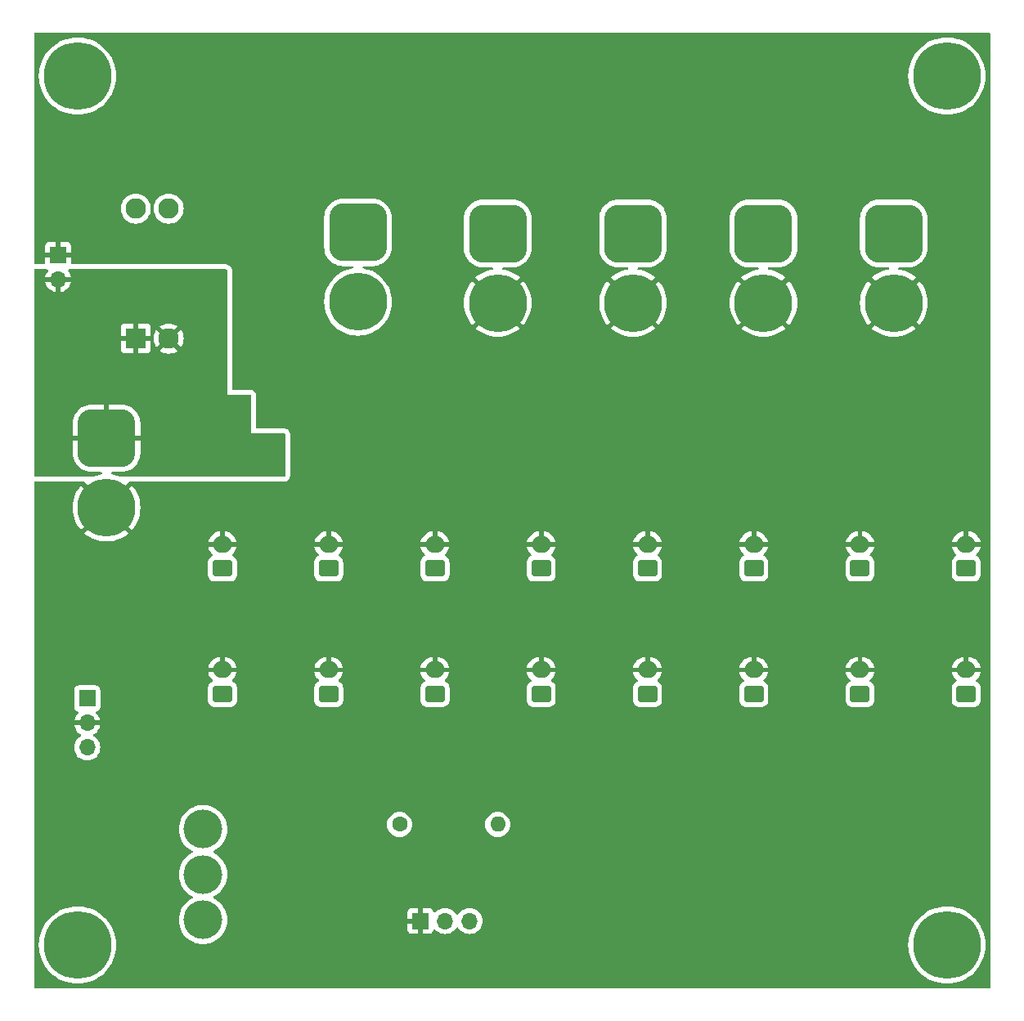
<source format=gbr>
%TF.GenerationSoftware,KiCad,Pcbnew,8.0.4*%
%TF.CreationDate,2024-09-14T11:06:21+09:00*%
%TF.ProjectId,power_supply,706f7765-725f-4737-9570-706c792e6b69,rev?*%
%TF.SameCoordinates,Original*%
%TF.FileFunction,Copper,L2,Bot*%
%TF.FilePolarity,Positive*%
%FSLAX46Y46*%
G04 Gerber Fmt 4.6, Leading zero omitted, Abs format (unit mm)*
G04 Created by KiCad (PCBNEW 8.0.4) date 2024-09-14 11:06:21*
%MOMM*%
%LPD*%
G01*
G04 APERTURE LIST*
G04 Aperture macros list*
%AMRoundRect*
0 Rectangle with rounded corners*
0 $1 Rounding radius*
0 $2 $3 $4 $5 $6 $7 $8 $9 X,Y pos of 4 corners*
0 Add a 4 corners polygon primitive as box body*
4,1,4,$2,$3,$4,$5,$6,$7,$8,$9,$2,$3,0*
0 Add four circle primitives for the rounded corners*
1,1,$1+$1,$2,$3*
1,1,$1+$1,$4,$5*
1,1,$1+$1,$6,$7*
1,1,$1+$1,$8,$9*
0 Add four rect primitives between the rounded corners*
20,1,$1+$1,$2,$3,$4,$5,0*
20,1,$1+$1,$4,$5,$6,$7,0*
20,1,$1+$1,$6,$7,$8,$9,0*
20,1,$1+$1,$8,$9,$2,$3,0*%
G04 Aperture macros list end*
%TA.AperFunction,ComponentPad*%
%ADD10RoundRect,1.500000X-1.500000X1.500000X-1.500000X-1.500000X1.500000X-1.500000X1.500000X1.500000X0*%
%TD*%
%TA.AperFunction,ComponentPad*%
%ADD11C,6.000000*%
%TD*%
%TA.AperFunction,ComponentPad*%
%ADD12RoundRect,0.250000X0.750000X-0.600000X0.750000X0.600000X-0.750000X0.600000X-0.750000X-0.600000X0*%
%TD*%
%TA.AperFunction,ComponentPad*%
%ADD13O,2.000000X1.700000*%
%TD*%
%TA.AperFunction,ComponentPad*%
%ADD14C,7.000000*%
%TD*%
%TA.AperFunction,ComponentPad*%
%ADD15C,4.000000*%
%TD*%
%TA.AperFunction,ComponentPad*%
%ADD16R,1.700000X1.700000*%
%TD*%
%TA.AperFunction,ComponentPad*%
%ADD17O,1.700000X1.700000*%
%TD*%
%TA.AperFunction,ComponentPad*%
%ADD18C,1.600000*%
%TD*%
%TA.AperFunction,ComponentPad*%
%ADD19O,1.600000X1.600000*%
%TD*%
%TA.AperFunction,ComponentPad*%
%ADD20R,2.108200X2.108200*%
%TD*%
%TA.AperFunction,ComponentPad*%
%ADD21C,2.108200*%
%TD*%
G04 APERTURE END LIST*
D10*
%TO.P,J22,1,GND*%
%TO.N,+12V_2*%
X46033156Y-33179045D03*
D11*
%TO.P,J22,2,VCC*%
%TO.N,Net-(J1-Pin_1)*%
X46033156Y-40379045D03*
%TD*%
D12*
%TO.P,J8,1,Pin_1*%
%TO.N,Net-(J1-Pin_1)*%
X54000000Y-68000000D03*
D13*
%TO.P,J8,2,Pin_2*%
%TO.N,GND*%
X54000000Y-65500000D03*
%TD*%
D14*
%TO.P,REF\u002A\u002A,1*%
%TO.N,N/C*%
X107000000Y-17000000D03*
%TD*%
%TO.P,REF\u002A\u002A,1*%
%TO.N,N/C*%
X107000000Y-107000000D03*
%TD*%
D11*
%TO.P,J21,2,VCC*%
%TO.N,GND*%
X20000000Y-61700000D03*
D10*
%TO.P,J21,1,GND*%
%TO.N,+12V_1*%
X20000000Y-54500000D03*
%TD*%
D12*
%TO.P,J6,1,Pin_1*%
%TO.N,Net-(J1-Pin_1)*%
X32000000Y-68000000D03*
D13*
%TO.P,J6,2,Pin_2*%
%TO.N,GND*%
X32000000Y-65500000D03*
%TD*%
D10*
%TO.P,J1,1,Pin_1*%
%TO.N,Net-(J1-Pin_1)*%
X60500000Y-33300000D03*
D11*
%TO.P,J1,2,Pin_2*%
%TO.N,GND*%
X60500000Y-40500000D03*
%TD*%
D12*
%TO.P,J7,1,Pin_1*%
%TO.N,Net-(J1-Pin_1)*%
X43000000Y-68000000D03*
D13*
%TO.P,J7,2,Pin_2*%
%TO.N,GND*%
X43000000Y-65500000D03*
%TD*%
%TO.P,J18,2,Pin_2*%
%TO.N,GND*%
X87000000Y-78500000D03*
D12*
%TO.P,J18,1,Pin_1*%
%TO.N,Net-(J14-Pin_1)*%
X87000000Y-81000000D03*
%TD*%
D14*
%TO.P,REF\u002A\u002A,1*%
%TO.N,N/C*%
X17000000Y-17000000D03*
%TD*%
D15*
%TO.P,U4,1,1*%
%TO.N,Net-(J14-Pin_1)*%
X30000000Y-95000000D03*
%TO.P,U4,2,2*%
%TO.N,Net-(U5-OUT)*%
X30000000Y-99700000D03*
%TO.P,U4,3,3*%
%TO.N,Net-(J1-Pin_1)*%
X30000000Y-104400000D03*
%TD*%
D16*
%TO.P,U1,1,VIN*%
%TO.N,Net-(J1-Pin_1)*%
X18000000Y-81460000D03*
D17*
%TO.P,U1,2,GND*%
%TO.N,GND*%
X18000000Y-84000000D03*
%TO.P,U1,3,VOUT*%
%TO.N,Net-(J14-Pin_1)*%
X18000000Y-86540000D03*
%TD*%
D13*
%TO.P,J15,2,Pin_2*%
%TO.N,GND*%
X54000000Y-78500000D03*
D12*
%TO.P,J15,1,Pin_1*%
%TO.N,Net-(J14-Pin_1)*%
X54000000Y-81000000D03*
%TD*%
D13*
%TO.P,J19,2,Pin_2*%
%TO.N,GND*%
X98000000Y-78500000D03*
D12*
%TO.P,J19,1,Pin_1*%
%TO.N,Net-(J14-Pin_1)*%
X98000000Y-81000000D03*
%TD*%
D18*
%TO.P,R1,1*%
%TO.N,Net-(R1-Pad1)*%
X50340000Y-94500000D03*
D19*
%TO.P,R1,2*%
%TO.N,Net-(U5-OUT)*%
X60500000Y-94500000D03*
%TD*%
D13*
%TO.P,J16,2,Pin_2*%
%TO.N,GND*%
X65000000Y-78500000D03*
D12*
%TO.P,J16,1,Pin_1*%
%TO.N,Net-(J14-Pin_1)*%
X65000000Y-81000000D03*
%TD*%
%TO.P,J20,1,Pin_1*%
%TO.N,Net-(J14-Pin_1)*%
X109000000Y-81000000D03*
D13*
%TO.P,J20,2,Pin_2*%
%TO.N,GND*%
X109000000Y-78500000D03*
%TD*%
D10*
%TO.P,J3,1,Pin_1*%
%TO.N,Net-(J1-Pin_1)*%
X74500000Y-33300000D03*
D11*
%TO.P,J3,2,Pin_2*%
%TO.N,GND*%
X74500000Y-40500000D03*
%TD*%
D12*
%TO.P,J10,1,Pin_1*%
%TO.N,Net-(J1-Pin_1)*%
X76000000Y-68000000D03*
D13*
%TO.P,J10,2,Pin_2*%
%TO.N,GND*%
X76000000Y-65500000D03*
%TD*%
%TO.P,J17,2,Pin_2*%
%TO.N,GND*%
X76000000Y-78500000D03*
D12*
%TO.P,J17,1,Pin_1*%
%TO.N,Net-(J14-Pin_1)*%
X76000000Y-81000000D03*
%TD*%
D13*
%TO.P,J2,2,Pin_2*%
%TO.N,GND*%
X32000000Y-78500000D03*
D12*
%TO.P,J2,1,Pin_1*%
%TO.N,Net-(J14-Pin_1)*%
X32000000Y-81000000D03*
%TD*%
D16*
%TO.P,U5,1,GND*%
%TO.N,GND*%
X52500000Y-104500000D03*
D17*
%TO.P,U5,2,2*%
%TO.N,Net-(R1-Pad1)*%
X55040000Y-104500000D03*
%TO.P,U5,3,OUT*%
%TO.N,Net-(U5-OUT)*%
X57580000Y-104500000D03*
%TD*%
D12*
%TO.P,J9,1,Pin_1*%
%TO.N,Net-(J1-Pin_1)*%
X65000000Y-68000000D03*
D13*
%TO.P,J9,2,Pin_2*%
%TO.N,GND*%
X65000000Y-65500000D03*
%TD*%
D10*
%TO.P,J4,1,Pin_1*%
%TO.N,Net-(J1-Pin_1)*%
X88000000Y-33300000D03*
D11*
%TO.P,J4,2,Pin_2*%
%TO.N,GND*%
X88000000Y-40500000D03*
%TD*%
D10*
%TO.P,J5,1,Pin_1*%
%TO.N,Net-(J1-Pin_1)*%
X101500000Y-33300000D03*
D11*
%TO.P,J5,2,Pin_2*%
%TO.N,GND*%
X101500000Y-40500000D03*
%TD*%
D20*
%TO.P,U3,1,1*%
%TO.N,+12V_1*%
X23033156Y-44179045D03*
D21*
%TO.P,U3,2,2*%
X26436756Y-44179045D03*
%TO.P,U3,3,3*%
%TO.N,+12V_2*%
X26436756Y-30717045D03*
%TO.P,U3,4,4*%
X23033156Y-30717045D03*
%TD*%
D14*
%TO.P,REF\u002A\u002A,1*%
%TO.N,N/C*%
X17000000Y-107000000D03*
%TD*%
D13*
%TO.P,J13,2,Pin_2*%
%TO.N,GND*%
X109000000Y-65500000D03*
D12*
%TO.P,J13,1,Pin_1*%
%TO.N,Net-(J1-Pin_1)*%
X109000000Y-68000000D03*
%TD*%
D13*
%TO.P,J14,2,Pin_2*%
%TO.N,GND*%
X43000000Y-78500000D03*
D12*
%TO.P,J14,1,Pin_1*%
%TO.N,Net-(J14-Pin_1)*%
X43000000Y-81000000D03*
%TD*%
%TO.P,J12,1,Pin_1*%
%TO.N,Net-(J1-Pin_1)*%
X98000000Y-68000000D03*
D13*
%TO.P,J12,2,Pin_2*%
%TO.N,GND*%
X98000000Y-65500000D03*
%TD*%
D16*
%TO.P,C1,1*%
%TO.N,GND*%
X15000000Y-35500000D03*
D17*
%TO.P,C1,2*%
%TO.N,+12V_1*%
X15000000Y-38040000D03*
%TD*%
D12*
%TO.P,J11,1,Pin_1*%
%TO.N,Net-(J1-Pin_1)*%
X87000000Y-68000000D03*
D13*
%TO.P,J11,2,Pin_2*%
%TO.N,GND*%
X87000000Y-65500000D03*
%TD*%
%TA.AperFunction,Conductor*%
%TO.N,+12V_1*%
G36*
X13909007Y-37019685D02*
G01*
X13954762Y-37072489D01*
X13964706Y-37141647D01*
X13943543Y-37195123D01*
X13826400Y-37362420D01*
X13826399Y-37362422D01*
X13726570Y-37576507D01*
X13726567Y-37576513D01*
X13669364Y-37789999D01*
X13669364Y-37790000D01*
X14566988Y-37790000D01*
X14534075Y-37847007D01*
X14500000Y-37974174D01*
X14500000Y-38105826D01*
X14534075Y-38232993D01*
X14566988Y-38290000D01*
X13669364Y-38290000D01*
X13726567Y-38503486D01*
X13726570Y-38503492D01*
X13826399Y-38717578D01*
X13961894Y-38911082D01*
X14128917Y-39078105D01*
X14322421Y-39213600D01*
X14536507Y-39313429D01*
X14536516Y-39313433D01*
X14750000Y-39370634D01*
X14750000Y-38473012D01*
X14807007Y-38505925D01*
X14934174Y-38540000D01*
X15065826Y-38540000D01*
X15192993Y-38505925D01*
X15250000Y-38473012D01*
X15250000Y-39370633D01*
X15463483Y-39313433D01*
X15463492Y-39313429D01*
X15677578Y-39213600D01*
X15871082Y-39078105D01*
X16038105Y-38911082D01*
X16173600Y-38717578D01*
X16273429Y-38503492D01*
X16273432Y-38503486D01*
X16330636Y-38290000D01*
X15433012Y-38290000D01*
X15465925Y-38232993D01*
X15500000Y-38105826D01*
X15500000Y-37974174D01*
X15465925Y-37847007D01*
X15433012Y-37790000D01*
X16330636Y-37790000D01*
X16330635Y-37789999D01*
X16273432Y-37576513D01*
X16273429Y-37576507D01*
X16173600Y-37362422D01*
X16173599Y-37362420D01*
X16056457Y-37195123D01*
X16034130Y-37128917D01*
X16051140Y-37061150D01*
X16102088Y-37013337D01*
X16158032Y-37000000D01*
X32376000Y-37000000D01*
X32443039Y-37019685D01*
X32488794Y-37072489D01*
X32500000Y-37124000D01*
X32500000Y-50000000D01*
X34876000Y-50000000D01*
X34943039Y-50019685D01*
X34988794Y-50072489D01*
X35000000Y-50124000D01*
X35000000Y-54000000D01*
X38376000Y-54000000D01*
X38443039Y-54019685D01*
X38488794Y-54072489D01*
X38500000Y-54124000D01*
X38500000Y-58376000D01*
X38480315Y-58443039D01*
X38427511Y-58488794D01*
X38376000Y-58500000D01*
X21454593Y-58500000D01*
X21410156Y-58491764D01*
X21083209Y-58366261D01*
X21083201Y-58366259D01*
X21083199Y-58366258D01*
X20728794Y-58271295D01*
X20728790Y-58271294D01*
X20728789Y-58271294D01*
X20572074Y-58246473D01*
X20508939Y-58216544D01*
X20472008Y-58157232D01*
X20473006Y-58087370D01*
X20511616Y-58029137D01*
X20575579Y-58001023D01*
X20591472Y-58000000D01*
X21571434Y-58000000D01*
X21571436Y-57999999D01*
X21785362Y-57984699D01*
X22064895Y-57923890D01*
X22332958Y-57823908D01*
X22584038Y-57686808D01*
X22584039Y-57686807D01*
X22813065Y-57515360D01*
X22813077Y-57515350D01*
X23015350Y-57313077D01*
X23015360Y-57313065D01*
X23186807Y-57084039D01*
X23186808Y-57084038D01*
X23323908Y-56832958D01*
X23423890Y-56564895D01*
X23484699Y-56285362D01*
X23499999Y-56071436D01*
X23500000Y-56071434D01*
X23500000Y-54750000D01*
X22236502Y-54750000D01*
X22250000Y-54647473D01*
X22250000Y-54352527D01*
X22236502Y-54250000D01*
X23500000Y-54250000D01*
X23500000Y-52928566D01*
X23499999Y-52928563D01*
X23484699Y-52714637D01*
X23423890Y-52435104D01*
X23323908Y-52167041D01*
X23186808Y-51915961D01*
X23186807Y-51915960D01*
X23015360Y-51686934D01*
X23015350Y-51686922D01*
X22813077Y-51484649D01*
X22813065Y-51484639D01*
X22584039Y-51313192D01*
X22584038Y-51313191D01*
X22332957Y-51176091D01*
X22332958Y-51176091D01*
X22064895Y-51076109D01*
X21785362Y-51015300D01*
X21571436Y-51000000D01*
X20250000Y-51000000D01*
X20250000Y-52263497D01*
X20147473Y-52250000D01*
X19852527Y-52250000D01*
X19750000Y-52263497D01*
X19750000Y-51000000D01*
X18428563Y-51000000D01*
X18214637Y-51015300D01*
X17935104Y-51076109D01*
X17667041Y-51176091D01*
X17415961Y-51313191D01*
X17415960Y-51313192D01*
X17186934Y-51484639D01*
X17186922Y-51484649D01*
X16984649Y-51686922D01*
X16984639Y-51686934D01*
X16813192Y-51915960D01*
X16813191Y-51915961D01*
X16676091Y-52167041D01*
X16576109Y-52435104D01*
X16515300Y-52714637D01*
X16500000Y-52928563D01*
X16500000Y-54250000D01*
X17763498Y-54250000D01*
X17750000Y-54352527D01*
X17750000Y-54647473D01*
X17763498Y-54750000D01*
X16500000Y-54750000D01*
X16500000Y-56071436D01*
X16515300Y-56285362D01*
X16576109Y-56564895D01*
X16676091Y-56832958D01*
X16813191Y-57084038D01*
X16813192Y-57084039D01*
X16984639Y-57313065D01*
X16984649Y-57313077D01*
X17186922Y-57515350D01*
X17186934Y-57515360D01*
X17415960Y-57686807D01*
X17415961Y-57686808D01*
X17667042Y-57823908D01*
X17667041Y-57823908D01*
X17935104Y-57923890D01*
X18214637Y-57984699D01*
X18428563Y-57999999D01*
X18428566Y-58000000D01*
X19408528Y-58000000D01*
X19475567Y-58019685D01*
X19521322Y-58072489D01*
X19531266Y-58141647D01*
X19502241Y-58205203D01*
X19443463Y-58242977D01*
X19427926Y-58246473D01*
X19271211Y-58271294D01*
X19271209Y-58271294D01*
X18916790Y-58366261D01*
X18589844Y-58491764D01*
X18545407Y-58500000D01*
X12624500Y-58500000D01*
X12557461Y-58480315D01*
X12511706Y-58427511D01*
X12500500Y-58376000D01*
X12500500Y-43077100D01*
X21479056Y-43077100D01*
X21479056Y-43929045D01*
X22270688Y-43929045D01*
X22263804Y-43945665D01*
X22233056Y-44100242D01*
X22233056Y-44257848D01*
X22263804Y-44412425D01*
X22270688Y-44429045D01*
X21479056Y-44429045D01*
X21479056Y-45280989D01*
X21485457Y-45340517D01*
X21485459Y-45340524D01*
X21535701Y-45475231D01*
X21535705Y-45475238D01*
X21621865Y-45590332D01*
X21621868Y-45590335D01*
X21736962Y-45676495D01*
X21736969Y-45676499D01*
X21871676Y-45726741D01*
X21871683Y-45726743D01*
X21931211Y-45733144D01*
X21931228Y-45733145D01*
X22783156Y-45733145D01*
X22783156Y-44941512D01*
X22799776Y-44948397D01*
X22954353Y-44979145D01*
X23111959Y-44979145D01*
X23266536Y-44948397D01*
X23283156Y-44941512D01*
X23283156Y-45733145D01*
X24135084Y-45733145D01*
X24135100Y-45733144D01*
X24194628Y-45726743D01*
X24194635Y-45726741D01*
X24329342Y-45676499D01*
X24329349Y-45676495D01*
X24444443Y-45590335D01*
X24444446Y-45590332D01*
X24530606Y-45475238D01*
X24530610Y-45475231D01*
X24580852Y-45340524D01*
X24580854Y-45340517D01*
X24587255Y-45280989D01*
X24587256Y-45280972D01*
X24587256Y-44429045D01*
X23795624Y-44429045D01*
X23802508Y-44412425D01*
X23833256Y-44257848D01*
X23833256Y-44179045D01*
X24877850Y-44179045D01*
X24897043Y-44422915D01*
X24954145Y-44660763D01*
X24954149Y-44660775D01*
X25047760Y-44886774D01*
X25172279Y-45089968D01*
X25720833Y-44541414D01*
X25727717Y-44558034D01*
X25815278Y-44689079D01*
X25926722Y-44800523D01*
X26057767Y-44888084D01*
X26074385Y-44894967D01*
X25525831Y-45443520D01*
X25525831Y-45443521D01*
X25729026Y-45568040D01*
X25955025Y-45661651D01*
X25955037Y-45661655D01*
X26192885Y-45718757D01*
X26436756Y-45737950D01*
X26680626Y-45718757D01*
X26918474Y-45661655D01*
X26918486Y-45661651D01*
X27144485Y-45568040D01*
X27347678Y-45443521D01*
X27347679Y-45443520D01*
X26799126Y-44894967D01*
X26815745Y-44888084D01*
X26946790Y-44800523D01*
X27058234Y-44689079D01*
X27145795Y-44558034D01*
X27152678Y-44541415D01*
X27701231Y-45089968D01*
X27701232Y-45089967D01*
X27825751Y-44886774D01*
X27919362Y-44660775D01*
X27919366Y-44660763D01*
X27976468Y-44422915D01*
X27995661Y-44179045D01*
X27976468Y-43935174D01*
X27919366Y-43697326D01*
X27919362Y-43697314D01*
X27825751Y-43471315D01*
X27701231Y-43268120D01*
X27152678Y-43816673D01*
X27145795Y-43800056D01*
X27058234Y-43669011D01*
X26946790Y-43557567D01*
X26815745Y-43470006D01*
X26799125Y-43463122D01*
X27347679Y-42914568D01*
X27144485Y-42790049D01*
X26918486Y-42696438D01*
X26918474Y-42696434D01*
X26680626Y-42639332D01*
X26436756Y-42620139D01*
X26192885Y-42639332D01*
X25955037Y-42696434D01*
X25955025Y-42696438D01*
X25729026Y-42790049D01*
X25525831Y-42914568D01*
X26074385Y-43463122D01*
X26057767Y-43470006D01*
X25926722Y-43557567D01*
X25815278Y-43669011D01*
X25727717Y-43800056D01*
X25720833Y-43816674D01*
X25172279Y-43268120D01*
X25047760Y-43471315D01*
X24954149Y-43697314D01*
X24954145Y-43697326D01*
X24897043Y-43935174D01*
X24877850Y-44179045D01*
X23833256Y-44179045D01*
X23833256Y-44100242D01*
X23802508Y-43945665D01*
X23795624Y-43929045D01*
X24587256Y-43929045D01*
X24587256Y-43077117D01*
X24587255Y-43077100D01*
X24580854Y-43017572D01*
X24580852Y-43017565D01*
X24530610Y-42882858D01*
X24530606Y-42882851D01*
X24444446Y-42767757D01*
X24444443Y-42767754D01*
X24329349Y-42681594D01*
X24329342Y-42681590D01*
X24194635Y-42631348D01*
X24194628Y-42631346D01*
X24135100Y-42624945D01*
X23283156Y-42624945D01*
X23283156Y-43416577D01*
X23266536Y-43409693D01*
X23111959Y-43378945D01*
X22954353Y-43378945D01*
X22799776Y-43409693D01*
X22783156Y-43416577D01*
X22783156Y-42624945D01*
X21931211Y-42624945D01*
X21871683Y-42631346D01*
X21871676Y-42631348D01*
X21736969Y-42681590D01*
X21736962Y-42681594D01*
X21621868Y-42767754D01*
X21621865Y-42767757D01*
X21535705Y-42882851D01*
X21535701Y-42882858D01*
X21485459Y-43017565D01*
X21485457Y-43017572D01*
X21479056Y-43077100D01*
X12500500Y-43077100D01*
X12500500Y-37124000D01*
X12520185Y-37056961D01*
X12572989Y-37011206D01*
X12624500Y-37000000D01*
X13841968Y-37000000D01*
X13909007Y-37019685D01*
G37*
%TD.AperFunction*%
%TD*%
%TA.AperFunction,Conductor*%
%TO.N,GND*%
G36*
X111442539Y-12520185D02*
G01*
X111488294Y-12572989D01*
X111499500Y-12624500D01*
X111499500Y-111375500D01*
X111479815Y-111442539D01*
X111427011Y-111488294D01*
X111375500Y-111499500D01*
X12624500Y-111499500D01*
X12557461Y-111479815D01*
X12511706Y-111427011D01*
X12500500Y-111375500D01*
X12500500Y-107000000D01*
X12994675Y-107000000D01*
X13013962Y-107392591D01*
X13013962Y-107392597D01*
X13013963Y-107392599D01*
X13071637Y-107781406D01*
X13167143Y-108162684D01*
X13299561Y-108532770D01*
X13299562Y-108532772D01*
X13467620Y-108888100D01*
X13669692Y-109225236D01*
X13903846Y-109540956D01*
X14167807Y-109832192D01*
X14459043Y-110096153D01*
X14459049Y-110096158D01*
X14774761Y-110330306D01*
X14774763Y-110330307D01*
X15111899Y-110532379D01*
X15111902Y-110532380D01*
X15111903Y-110532381D01*
X15467228Y-110700438D01*
X15837316Y-110832857D01*
X16218600Y-110928364D01*
X16607409Y-110986038D01*
X17000000Y-111005325D01*
X17392591Y-110986038D01*
X17781400Y-110928364D01*
X18162684Y-110832857D01*
X18532772Y-110700438D01*
X18888097Y-110532381D01*
X19225239Y-110330306D01*
X19540951Y-110096158D01*
X19832192Y-109832192D01*
X20096158Y-109540951D01*
X20330306Y-109225239D01*
X20532381Y-108888097D01*
X20700438Y-108532772D01*
X20832857Y-108162684D01*
X20928364Y-107781400D01*
X20986038Y-107392591D01*
X21005325Y-107000000D01*
X102994675Y-107000000D01*
X103013962Y-107392591D01*
X103013962Y-107392597D01*
X103013963Y-107392599D01*
X103071637Y-107781406D01*
X103167143Y-108162684D01*
X103299561Y-108532770D01*
X103299562Y-108532772D01*
X103467620Y-108888100D01*
X103669692Y-109225236D01*
X103903846Y-109540956D01*
X104167807Y-109832192D01*
X104459043Y-110096153D01*
X104459049Y-110096158D01*
X104774761Y-110330306D01*
X104774763Y-110330307D01*
X105111899Y-110532379D01*
X105111902Y-110532380D01*
X105111903Y-110532381D01*
X105467228Y-110700438D01*
X105837316Y-110832857D01*
X106218600Y-110928364D01*
X106607409Y-110986038D01*
X107000000Y-111005325D01*
X107392591Y-110986038D01*
X107781400Y-110928364D01*
X108162684Y-110832857D01*
X108532772Y-110700438D01*
X108888097Y-110532381D01*
X109225239Y-110330306D01*
X109540951Y-110096158D01*
X109832192Y-109832192D01*
X110096158Y-109540951D01*
X110330306Y-109225239D01*
X110532381Y-108888097D01*
X110700438Y-108532772D01*
X110832857Y-108162684D01*
X110928364Y-107781400D01*
X110986038Y-107392591D01*
X111005325Y-107000000D01*
X110986038Y-106607409D01*
X110928364Y-106218600D01*
X110832857Y-105837316D01*
X110700438Y-105467228D01*
X110532381Y-105111903D01*
X110479144Y-105023083D01*
X110330307Y-104774763D01*
X110311942Y-104750000D01*
X110096158Y-104459049D01*
X110042644Y-104400005D01*
X109832192Y-104167807D01*
X109540956Y-103903846D01*
X109488547Y-103864977D01*
X109225239Y-103669694D01*
X109225236Y-103669692D01*
X108888100Y-103467620D01*
X108532772Y-103299562D01*
X108532770Y-103299561D01*
X108162684Y-103167143D01*
X107781406Y-103071637D01*
X107781401Y-103071636D01*
X107781400Y-103071636D01*
X107637256Y-103050254D01*
X107392599Y-103013963D01*
X107392597Y-103013962D01*
X107392591Y-103013962D01*
X107000000Y-102994675D01*
X106607409Y-103013962D01*
X106607403Y-103013962D01*
X106607400Y-103013963D01*
X106218593Y-103071637D01*
X105837315Y-103167143D01*
X105467229Y-103299561D01*
X105467227Y-103299562D01*
X105111899Y-103467620D01*
X104774763Y-103669692D01*
X104459043Y-103903846D01*
X104167807Y-104167807D01*
X103903846Y-104459043D01*
X103669692Y-104774763D01*
X103467620Y-105111899D01*
X103299562Y-105467227D01*
X103299561Y-105467229D01*
X103167143Y-105837315D01*
X103071637Y-106218593D01*
X103055041Y-106330478D01*
X103013962Y-106607409D01*
X102994675Y-107000000D01*
X21005325Y-107000000D01*
X20986038Y-106607409D01*
X20928364Y-106218600D01*
X20832857Y-105837316D01*
X20700438Y-105467228D01*
X20532381Y-105111903D01*
X20479144Y-105023083D01*
X20330307Y-104774763D01*
X20311942Y-104750000D01*
X20096158Y-104459049D01*
X20042644Y-104400005D01*
X19832192Y-104167807D01*
X19540956Y-103903846D01*
X19488547Y-103864977D01*
X19225239Y-103669694D01*
X19225236Y-103669692D01*
X18888100Y-103467620D01*
X18532772Y-103299562D01*
X18532770Y-103299561D01*
X18162684Y-103167143D01*
X17781406Y-103071637D01*
X17781401Y-103071636D01*
X17781400Y-103071636D01*
X17637256Y-103050254D01*
X17392599Y-103013963D01*
X17392597Y-103013962D01*
X17392591Y-103013962D01*
X17000000Y-102994675D01*
X16607409Y-103013962D01*
X16607403Y-103013962D01*
X16607400Y-103013963D01*
X16218593Y-103071637D01*
X15837315Y-103167143D01*
X15467229Y-103299561D01*
X15467227Y-103299562D01*
X15111899Y-103467620D01*
X14774763Y-103669692D01*
X14459043Y-103903846D01*
X14167807Y-104167807D01*
X13903846Y-104459043D01*
X13669692Y-104774763D01*
X13467620Y-105111899D01*
X13299562Y-105467227D01*
X13299561Y-105467229D01*
X13167143Y-105837315D01*
X13071637Y-106218593D01*
X13055041Y-106330478D01*
X13013962Y-106607409D01*
X12994675Y-107000000D01*
X12500500Y-107000000D01*
X12500500Y-94999994D01*
X27494556Y-94999994D01*
X27494556Y-95000005D01*
X27514310Y-95314004D01*
X27514311Y-95314011D01*
X27573270Y-95623083D01*
X27670497Y-95922316D01*
X27670499Y-95922321D01*
X27804461Y-96207003D01*
X27804464Y-96207009D01*
X27973051Y-96472661D01*
X27973054Y-96472665D01*
X28173606Y-96715090D01*
X28173608Y-96715092D01*
X28402968Y-96930476D01*
X28402978Y-96930484D01*
X28657504Y-97115408D01*
X28657509Y-97115410D01*
X28657516Y-97115416D01*
X28870286Y-97232388D01*
X28886566Y-97241338D01*
X28935830Y-97290884D01*
X28950486Y-97359200D01*
X28925882Y-97424594D01*
X28886566Y-97458662D01*
X28657516Y-97584584D01*
X28657504Y-97584591D01*
X28402978Y-97769515D01*
X28402968Y-97769523D01*
X28173608Y-97984907D01*
X28173606Y-97984909D01*
X27973054Y-98227334D01*
X27973051Y-98227338D01*
X27804464Y-98492990D01*
X27804461Y-98492996D01*
X27670499Y-98777678D01*
X27670497Y-98777683D01*
X27573270Y-99076916D01*
X27514311Y-99385988D01*
X27514310Y-99385995D01*
X27494556Y-99699994D01*
X27494556Y-99700005D01*
X27514310Y-100014004D01*
X27514311Y-100014011D01*
X27573270Y-100323083D01*
X27670497Y-100622316D01*
X27670499Y-100622321D01*
X27804461Y-100907003D01*
X27804464Y-100907009D01*
X27973051Y-101172661D01*
X27973054Y-101172665D01*
X28173606Y-101415090D01*
X28173608Y-101415092D01*
X28402968Y-101630476D01*
X28402978Y-101630484D01*
X28657504Y-101815408D01*
X28657509Y-101815410D01*
X28657516Y-101815416D01*
X28870286Y-101932388D01*
X28886566Y-101941338D01*
X28935830Y-101990884D01*
X28950486Y-102059200D01*
X28925882Y-102124594D01*
X28886566Y-102158662D01*
X28657516Y-102284584D01*
X28657504Y-102284591D01*
X28402978Y-102469515D01*
X28402968Y-102469523D01*
X28173608Y-102684907D01*
X28173606Y-102684909D01*
X27973054Y-102927334D01*
X27973051Y-102927338D01*
X27804464Y-103192990D01*
X27804461Y-103192996D01*
X27670499Y-103477678D01*
X27670497Y-103477683D01*
X27573270Y-103776916D01*
X27514311Y-104085988D01*
X27514310Y-104085995D01*
X27494556Y-104399994D01*
X27494556Y-104400005D01*
X27514310Y-104714004D01*
X27514311Y-104714011D01*
X27514312Y-104714015D01*
X27568866Y-105000000D01*
X27573270Y-105023083D01*
X27670497Y-105322316D01*
X27670499Y-105322321D01*
X27804461Y-105607003D01*
X27804464Y-105607009D01*
X27973051Y-105872661D01*
X27973054Y-105872665D01*
X28173606Y-106115090D01*
X28173608Y-106115092D01*
X28173610Y-106115094D01*
X28283833Y-106218600D01*
X28402968Y-106330476D01*
X28402978Y-106330484D01*
X28657504Y-106515408D01*
X28657509Y-106515410D01*
X28657516Y-106515416D01*
X28933234Y-106666994D01*
X28933239Y-106666996D01*
X28933241Y-106666997D01*
X28933242Y-106666998D01*
X29225771Y-106782818D01*
X29225774Y-106782819D01*
X29530523Y-106861065D01*
X29530527Y-106861066D01*
X29596010Y-106869338D01*
X29842670Y-106900499D01*
X29842679Y-106900499D01*
X29842682Y-106900500D01*
X29842684Y-106900500D01*
X30157316Y-106900500D01*
X30157318Y-106900500D01*
X30157321Y-106900499D01*
X30157329Y-106900499D01*
X30343593Y-106876968D01*
X30469473Y-106861066D01*
X30774225Y-106782819D01*
X30774228Y-106782818D01*
X31066757Y-106666998D01*
X31066758Y-106666997D01*
X31066756Y-106666997D01*
X31066766Y-106666994D01*
X31342484Y-106515416D01*
X31597030Y-106330478D01*
X31826390Y-106115094D01*
X32026947Y-105872663D01*
X32195537Y-105607007D01*
X32329503Y-105322315D01*
X32426731Y-105023079D01*
X32485688Y-104714015D01*
X32487011Y-104692993D01*
X32505444Y-104400005D01*
X32505444Y-104399994D01*
X32485689Y-104085995D01*
X32485688Y-104085988D01*
X32485688Y-104085985D01*
X32426731Y-103776921D01*
X32369946Y-103602155D01*
X51150000Y-103602155D01*
X51150000Y-104250000D01*
X52066988Y-104250000D01*
X52034075Y-104307007D01*
X52000000Y-104434174D01*
X52000000Y-104565826D01*
X52034075Y-104692993D01*
X52066988Y-104750000D01*
X51150000Y-104750000D01*
X51150000Y-105397844D01*
X51156401Y-105457372D01*
X51156403Y-105457379D01*
X51206645Y-105592086D01*
X51206649Y-105592093D01*
X51292809Y-105707187D01*
X51292812Y-105707190D01*
X51407906Y-105793350D01*
X51407913Y-105793354D01*
X51542620Y-105843596D01*
X51542627Y-105843598D01*
X51602155Y-105849999D01*
X51602172Y-105850000D01*
X52250000Y-105850000D01*
X52250000Y-104933012D01*
X52307007Y-104965925D01*
X52434174Y-105000000D01*
X52565826Y-105000000D01*
X52692993Y-104965925D01*
X52750000Y-104933012D01*
X52750000Y-105850000D01*
X53397828Y-105850000D01*
X53397844Y-105849999D01*
X53457372Y-105843598D01*
X53457379Y-105843596D01*
X53592086Y-105793354D01*
X53592093Y-105793350D01*
X53707187Y-105707190D01*
X53707190Y-105707187D01*
X53793350Y-105592093D01*
X53793354Y-105592086D01*
X53842422Y-105460529D01*
X53884293Y-105404595D01*
X53949757Y-105380178D01*
X54018030Y-105395030D01*
X54046285Y-105416181D01*
X54168599Y-105538495D01*
X54245135Y-105592086D01*
X54362165Y-105674032D01*
X54362167Y-105674033D01*
X54362170Y-105674035D01*
X54576337Y-105773903D01*
X54804592Y-105835063D01*
X54975319Y-105850000D01*
X55039999Y-105855659D01*
X55040000Y-105855659D01*
X55040001Y-105855659D01*
X55104681Y-105850000D01*
X55275408Y-105835063D01*
X55503663Y-105773903D01*
X55717830Y-105674035D01*
X55911401Y-105538495D01*
X56078495Y-105371401D01*
X56208425Y-105185842D01*
X56263002Y-105142217D01*
X56332500Y-105135023D01*
X56394855Y-105166546D01*
X56411575Y-105185842D01*
X56541500Y-105371395D01*
X56541505Y-105371401D01*
X56708599Y-105538495D01*
X56785135Y-105592086D01*
X56902165Y-105674032D01*
X56902167Y-105674033D01*
X56902170Y-105674035D01*
X57116337Y-105773903D01*
X57344592Y-105835063D01*
X57515319Y-105850000D01*
X57579999Y-105855659D01*
X57580000Y-105855659D01*
X57580001Y-105855659D01*
X57644681Y-105850000D01*
X57815408Y-105835063D01*
X58043663Y-105773903D01*
X58257830Y-105674035D01*
X58451401Y-105538495D01*
X58618495Y-105371401D01*
X58754035Y-105177830D01*
X58853903Y-104963663D01*
X58915063Y-104735408D01*
X58935659Y-104500000D01*
X58915063Y-104264592D01*
X58853903Y-104036337D01*
X58754035Y-103822171D01*
X58748425Y-103814158D01*
X58618494Y-103628597D01*
X58451402Y-103461506D01*
X58451395Y-103461501D01*
X58257834Y-103325967D01*
X58257830Y-103325965D01*
X58257828Y-103325964D01*
X58043663Y-103226097D01*
X58043659Y-103226096D01*
X58043655Y-103226094D01*
X57815413Y-103164938D01*
X57815403Y-103164936D01*
X57580001Y-103144341D01*
X57579999Y-103144341D01*
X57344596Y-103164936D01*
X57344586Y-103164938D01*
X57116344Y-103226094D01*
X57116335Y-103226098D01*
X56902171Y-103325964D01*
X56902169Y-103325965D01*
X56708597Y-103461505D01*
X56541505Y-103628597D01*
X56411575Y-103814158D01*
X56356998Y-103857783D01*
X56287500Y-103864977D01*
X56225145Y-103833454D01*
X56208425Y-103814158D01*
X56078494Y-103628597D01*
X55911402Y-103461506D01*
X55911395Y-103461501D01*
X55717834Y-103325967D01*
X55717830Y-103325965D01*
X55717828Y-103325964D01*
X55503663Y-103226097D01*
X55503659Y-103226096D01*
X55503655Y-103226094D01*
X55275413Y-103164938D01*
X55275403Y-103164936D01*
X55040001Y-103144341D01*
X55039999Y-103144341D01*
X54804596Y-103164936D01*
X54804586Y-103164938D01*
X54576344Y-103226094D01*
X54576335Y-103226098D01*
X54362171Y-103325964D01*
X54362169Y-103325965D01*
X54168600Y-103461503D01*
X54046284Y-103583819D01*
X53984961Y-103617303D01*
X53915269Y-103612319D01*
X53859336Y-103570447D01*
X53842421Y-103539470D01*
X53793354Y-103407913D01*
X53793350Y-103407906D01*
X53707190Y-103292812D01*
X53707187Y-103292809D01*
X53592093Y-103206649D01*
X53592086Y-103206645D01*
X53457379Y-103156403D01*
X53457372Y-103156401D01*
X53397844Y-103150000D01*
X52750000Y-103150000D01*
X52750000Y-104066988D01*
X52692993Y-104034075D01*
X52565826Y-104000000D01*
X52434174Y-104000000D01*
X52307007Y-104034075D01*
X52250000Y-104066988D01*
X52250000Y-103150000D01*
X51602155Y-103150000D01*
X51542627Y-103156401D01*
X51542620Y-103156403D01*
X51407913Y-103206645D01*
X51407906Y-103206649D01*
X51292812Y-103292809D01*
X51292809Y-103292812D01*
X51206649Y-103407906D01*
X51206645Y-103407913D01*
X51156403Y-103542620D01*
X51156401Y-103542627D01*
X51150000Y-103602155D01*
X32369946Y-103602155D01*
X32329503Y-103477685D01*
X32324766Y-103467619D01*
X32258108Y-103325964D01*
X32195537Y-103192993D01*
X32118522Y-103071636D01*
X32026948Y-102927338D01*
X32026945Y-102927334D01*
X31826393Y-102684909D01*
X31826391Y-102684907D01*
X31597031Y-102469523D01*
X31597021Y-102469515D01*
X31342495Y-102284591D01*
X31342488Y-102284586D01*
X31342484Y-102284584D01*
X31113431Y-102158660D01*
X31064169Y-102109116D01*
X31049513Y-102040801D01*
X31074117Y-101975406D01*
X31113431Y-101941339D01*
X31342484Y-101815416D01*
X31597030Y-101630478D01*
X31826390Y-101415094D01*
X32026947Y-101172663D01*
X32195537Y-100907007D01*
X32329503Y-100622315D01*
X32426731Y-100323079D01*
X32485688Y-100014015D01*
X32505444Y-99700000D01*
X32485688Y-99385985D01*
X32426731Y-99076921D01*
X32329503Y-98777685D01*
X32195537Y-98492993D01*
X32026947Y-98227337D01*
X32026945Y-98227334D01*
X31826393Y-97984909D01*
X31826391Y-97984907D01*
X31597031Y-97769523D01*
X31597021Y-97769515D01*
X31342495Y-97584591D01*
X31342488Y-97584586D01*
X31342484Y-97584584D01*
X31113431Y-97458660D01*
X31064169Y-97409116D01*
X31049513Y-97340801D01*
X31074117Y-97275406D01*
X31113431Y-97241339D01*
X31342484Y-97115416D01*
X31597030Y-96930478D01*
X31826390Y-96715094D01*
X32026947Y-96472663D01*
X32195537Y-96207007D01*
X32329503Y-95922315D01*
X32426731Y-95623079D01*
X32485688Y-95314015D01*
X32505444Y-95000000D01*
X32502077Y-94946488D01*
X32485689Y-94685995D01*
X32485688Y-94685988D01*
X32485688Y-94685985D01*
X32450209Y-94499998D01*
X49034532Y-94499998D01*
X49034532Y-94500001D01*
X49054364Y-94726686D01*
X49054366Y-94726697D01*
X49113258Y-94946488D01*
X49113261Y-94946497D01*
X49209431Y-95152732D01*
X49209432Y-95152734D01*
X49339954Y-95339141D01*
X49500858Y-95500045D01*
X49500861Y-95500047D01*
X49687266Y-95630568D01*
X49893504Y-95726739D01*
X50113308Y-95785635D01*
X50275230Y-95799801D01*
X50339998Y-95805468D01*
X50340000Y-95805468D01*
X50340002Y-95805468D01*
X50396673Y-95800509D01*
X50566692Y-95785635D01*
X50786496Y-95726739D01*
X50992734Y-95630568D01*
X51179139Y-95500047D01*
X51340047Y-95339139D01*
X51470568Y-95152734D01*
X51566739Y-94946496D01*
X51625635Y-94726692D01*
X51645468Y-94500000D01*
X51645468Y-94499998D01*
X59194532Y-94499998D01*
X59194532Y-94500001D01*
X59214364Y-94726686D01*
X59214366Y-94726697D01*
X59273258Y-94946488D01*
X59273261Y-94946497D01*
X59369431Y-95152732D01*
X59369432Y-95152734D01*
X59499954Y-95339141D01*
X59660858Y-95500045D01*
X59660861Y-95500047D01*
X59847266Y-95630568D01*
X60053504Y-95726739D01*
X60273308Y-95785635D01*
X60435230Y-95799801D01*
X60499998Y-95805468D01*
X60500000Y-95805468D01*
X60500002Y-95805468D01*
X60556673Y-95800509D01*
X60726692Y-95785635D01*
X60946496Y-95726739D01*
X61152734Y-95630568D01*
X61339139Y-95500047D01*
X61500047Y-95339139D01*
X61630568Y-95152734D01*
X61726739Y-94946496D01*
X61785635Y-94726692D01*
X61805468Y-94500000D01*
X61785635Y-94273308D01*
X61726739Y-94053504D01*
X61630568Y-93847266D01*
X61500047Y-93660861D01*
X61500045Y-93660858D01*
X61339141Y-93499954D01*
X61152734Y-93369432D01*
X61152732Y-93369431D01*
X60946497Y-93273261D01*
X60946488Y-93273258D01*
X60726697Y-93214366D01*
X60726693Y-93214365D01*
X60726692Y-93214365D01*
X60726691Y-93214364D01*
X60726686Y-93214364D01*
X60500002Y-93194532D01*
X60499998Y-93194532D01*
X60273313Y-93214364D01*
X60273302Y-93214366D01*
X60053511Y-93273258D01*
X60053502Y-93273261D01*
X59847267Y-93369431D01*
X59847265Y-93369432D01*
X59660858Y-93499954D01*
X59499954Y-93660858D01*
X59369432Y-93847265D01*
X59369431Y-93847267D01*
X59273261Y-94053502D01*
X59273258Y-94053511D01*
X59214366Y-94273302D01*
X59214364Y-94273313D01*
X59194532Y-94499998D01*
X51645468Y-94499998D01*
X51625635Y-94273308D01*
X51566739Y-94053504D01*
X51470568Y-93847266D01*
X51340047Y-93660861D01*
X51340045Y-93660858D01*
X51179141Y-93499954D01*
X50992734Y-93369432D01*
X50992732Y-93369431D01*
X50786497Y-93273261D01*
X50786488Y-93273258D01*
X50566697Y-93214366D01*
X50566693Y-93214365D01*
X50566692Y-93214365D01*
X50566691Y-93214364D01*
X50566686Y-93214364D01*
X50340002Y-93194532D01*
X50339998Y-93194532D01*
X50113313Y-93214364D01*
X50113302Y-93214366D01*
X49893511Y-93273258D01*
X49893502Y-93273261D01*
X49687267Y-93369431D01*
X49687265Y-93369432D01*
X49500858Y-93499954D01*
X49339954Y-93660858D01*
X49209432Y-93847265D01*
X49209431Y-93847267D01*
X49113261Y-94053502D01*
X49113258Y-94053511D01*
X49054366Y-94273302D01*
X49054364Y-94273313D01*
X49034532Y-94499998D01*
X32450209Y-94499998D01*
X32426731Y-94376921D01*
X32329503Y-94077685D01*
X32318124Y-94053504D01*
X32195538Y-93792996D01*
X32195537Y-93792993D01*
X32026947Y-93527337D01*
X32004293Y-93499953D01*
X31826393Y-93284909D01*
X31826391Y-93284907D01*
X31597031Y-93069523D01*
X31597021Y-93069515D01*
X31342495Y-92884591D01*
X31342488Y-92884586D01*
X31342484Y-92884584D01*
X31066766Y-92733006D01*
X31066763Y-92733004D01*
X31066758Y-92733002D01*
X31066757Y-92733001D01*
X30774228Y-92617181D01*
X30774225Y-92617180D01*
X30469476Y-92538934D01*
X30469463Y-92538932D01*
X30157329Y-92499500D01*
X30157318Y-92499500D01*
X29842682Y-92499500D01*
X29842670Y-92499500D01*
X29530536Y-92538932D01*
X29530523Y-92538934D01*
X29225774Y-92617180D01*
X29225771Y-92617181D01*
X28933242Y-92733001D01*
X28933241Y-92733002D01*
X28657516Y-92884584D01*
X28657504Y-92884591D01*
X28402978Y-93069515D01*
X28402968Y-93069523D01*
X28173608Y-93284907D01*
X28173606Y-93284909D01*
X27973054Y-93527334D01*
X27973051Y-93527338D01*
X27804464Y-93792990D01*
X27804461Y-93792996D01*
X27670499Y-94077678D01*
X27670497Y-94077683D01*
X27573270Y-94376916D01*
X27514311Y-94685988D01*
X27514310Y-94685995D01*
X27494556Y-94999994D01*
X12500500Y-94999994D01*
X12500500Y-86539999D01*
X16644341Y-86539999D01*
X16644341Y-86540000D01*
X16664936Y-86775403D01*
X16664938Y-86775413D01*
X16726094Y-87003655D01*
X16726096Y-87003659D01*
X16726097Y-87003663D01*
X16825965Y-87217830D01*
X16825967Y-87217834D01*
X16934281Y-87372521D01*
X16961505Y-87411401D01*
X17128599Y-87578495D01*
X17225384Y-87646265D01*
X17322165Y-87714032D01*
X17322167Y-87714033D01*
X17322170Y-87714035D01*
X17536337Y-87813903D01*
X17764592Y-87875063D01*
X17952918Y-87891539D01*
X17999999Y-87895659D01*
X18000000Y-87895659D01*
X18000001Y-87895659D01*
X18039234Y-87892226D01*
X18235408Y-87875063D01*
X18463663Y-87813903D01*
X18677830Y-87714035D01*
X18871401Y-87578495D01*
X19038495Y-87411401D01*
X19174035Y-87217830D01*
X19273903Y-87003663D01*
X19335063Y-86775408D01*
X19355659Y-86540000D01*
X19335063Y-86304592D01*
X19273903Y-86076337D01*
X19174035Y-85862171D01*
X19038495Y-85668599D01*
X19038494Y-85668597D01*
X18871402Y-85501506D01*
X18871401Y-85501505D01*
X18685405Y-85371269D01*
X18641781Y-85316692D01*
X18634588Y-85247193D01*
X18666110Y-85184839D01*
X18685405Y-85168119D01*
X18871082Y-85038105D01*
X19038105Y-84871082D01*
X19173600Y-84677578D01*
X19273429Y-84463492D01*
X19273432Y-84463486D01*
X19330636Y-84250000D01*
X18433012Y-84250000D01*
X18465925Y-84192993D01*
X18500000Y-84065826D01*
X18500000Y-83934174D01*
X18465925Y-83807007D01*
X18433012Y-83750000D01*
X19330636Y-83750000D01*
X19330635Y-83749999D01*
X19273432Y-83536513D01*
X19273429Y-83536507D01*
X19173600Y-83322422D01*
X19173599Y-83322420D01*
X19038113Y-83128926D01*
X19038108Y-83128920D01*
X18916053Y-83006865D01*
X18882568Y-82945542D01*
X18887552Y-82875850D01*
X18929424Y-82819917D01*
X18960400Y-82803002D01*
X19092331Y-82753796D01*
X19207546Y-82667546D01*
X19293796Y-82552331D01*
X19344091Y-82417483D01*
X19350500Y-82357873D01*
X19350499Y-80562128D01*
X19344091Y-80502517D01*
X19293796Y-80367669D01*
X19293795Y-80367668D01*
X19293793Y-80367664D01*
X19280557Y-80349983D01*
X30499500Y-80349983D01*
X30499500Y-81650001D01*
X30499501Y-81650018D01*
X30510000Y-81752796D01*
X30510001Y-81752799D01*
X30565185Y-81919331D01*
X30565186Y-81919334D01*
X30657288Y-82068656D01*
X30781344Y-82192712D01*
X30930666Y-82284814D01*
X31097203Y-82339999D01*
X31199991Y-82350500D01*
X32800008Y-82350499D01*
X32902797Y-82339999D01*
X33069334Y-82284814D01*
X33218656Y-82192712D01*
X33342712Y-82068656D01*
X33434814Y-81919334D01*
X33489999Y-81752797D01*
X33500500Y-81650009D01*
X33500499Y-80349992D01*
X33500498Y-80349983D01*
X41499500Y-80349983D01*
X41499500Y-81650001D01*
X41499501Y-81650018D01*
X41510000Y-81752796D01*
X41510001Y-81752799D01*
X41565185Y-81919331D01*
X41565186Y-81919334D01*
X41657288Y-82068656D01*
X41781344Y-82192712D01*
X41930666Y-82284814D01*
X42097203Y-82339999D01*
X42199991Y-82350500D01*
X43800008Y-82350499D01*
X43902797Y-82339999D01*
X44069334Y-82284814D01*
X44218656Y-82192712D01*
X44342712Y-82068656D01*
X44434814Y-81919334D01*
X44489999Y-81752797D01*
X44500500Y-81650009D01*
X44500499Y-80349992D01*
X44500498Y-80349983D01*
X52499500Y-80349983D01*
X52499500Y-81650001D01*
X52499501Y-81650018D01*
X52510000Y-81752796D01*
X52510001Y-81752799D01*
X52565185Y-81919331D01*
X52565186Y-81919334D01*
X52657288Y-82068656D01*
X52781344Y-82192712D01*
X52930666Y-82284814D01*
X53097203Y-82339999D01*
X53199991Y-82350500D01*
X54800008Y-82350499D01*
X54902797Y-82339999D01*
X55069334Y-82284814D01*
X55218656Y-82192712D01*
X55342712Y-82068656D01*
X55434814Y-81919334D01*
X55489999Y-81752797D01*
X55500500Y-81650009D01*
X55500499Y-80349992D01*
X55500498Y-80349983D01*
X63499500Y-80349983D01*
X63499500Y-81650001D01*
X63499501Y-81650018D01*
X63510000Y-81752796D01*
X63510001Y-81752799D01*
X63565185Y-81919331D01*
X63565186Y-81919334D01*
X63657288Y-82068656D01*
X63781344Y-82192712D01*
X63930666Y-82284814D01*
X64097203Y-82339999D01*
X64199991Y-82350500D01*
X65800008Y-82350499D01*
X65902797Y-82339999D01*
X66069334Y-82284814D01*
X66218656Y-82192712D01*
X66342712Y-82068656D01*
X66434814Y-81919334D01*
X66489999Y-81752797D01*
X66500500Y-81650009D01*
X66500499Y-80349992D01*
X66500498Y-80349983D01*
X74499500Y-80349983D01*
X74499500Y-81650001D01*
X74499501Y-81650018D01*
X74510000Y-81752796D01*
X74510001Y-81752799D01*
X74565185Y-81919331D01*
X74565186Y-81919334D01*
X74657288Y-82068656D01*
X74781344Y-82192712D01*
X74930666Y-82284814D01*
X75097203Y-82339999D01*
X75199991Y-82350500D01*
X76800008Y-82350499D01*
X76902797Y-82339999D01*
X77069334Y-82284814D01*
X77218656Y-82192712D01*
X77342712Y-82068656D01*
X77434814Y-81919334D01*
X77489999Y-81752797D01*
X77500500Y-81650009D01*
X77500499Y-80349992D01*
X77500498Y-80349983D01*
X85499500Y-80349983D01*
X85499500Y-81650001D01*
X85499501Y-81650018D01*
X85510000Y-81752796D01*
X85510001Y-81752799D01*
X85565185Y-81919331D01*
X85565186Y-81919334D01*
X85657288Y-82068656D01*
X85781344Y-82192712D01*
X85930666Y-82284814D01*
X86097203Y-82339999D01*
X86199991Y-82350500D01*
X87800008Y-82350499D01*
X87902797Y-82339999D01*
X88069334Y-82284814D01*
X88218656Y-82192712D01*
X88342712Y-82068656D01*
X88434814Y-81919334D01*
X88489999Y-81752797D01*
X88500500Y-81650009D01*
X88500499Y-80349992D01*
X88500498Y-80349983D01*
X96499500Y-80349983D01*
X96499500Y-81650001D01*
X96499501Y-81650018D01*
X96510000Y-81752796D01*
X96510001Y-81752799D01*
X96565185Y-81919331D01*
X96565186Y-81919334D01*
X96657288Y-82068656D01*
X96781344Y-82192712D01*
X96930666Y-82284814D01*
X97097203Y-82339999D01*
X97199991Y-82350500D01*
X98800008Y-82350499D01*
X98902797Y-82339999D01*
X99069334Y-82284814D01*
X99218656Y-82192712D01*
X99342712Y-82068656D01*
X99434814Y-81919334D01*
X99489999Y-81752797D01*
X99500500Y-81650009D01*
X99500499Y-80349992D01*
X99500498Y-80349983D01*
X107499500Y-80349983D01*
X107499500Y-81650001D01*
X107499501Y-81650018D01*
X107510000Y-81752796D01*
X107510001Y-81752799D01*
X107565185Y-81919331D01*
X107565186Y-81919334D01*
X107657288Y-82068656D01*
X107781344Y-82192712D01*
X107930666Y-82284814D01*
X108097203Y-82339999D01*
X108199991Y-82350500D01*
X109800008Y-82350499D01*
X109902797Y-82339999D01*
X110069334Y-82284814D01*
X110218656Y-82192712D01*
X110342712Y-82068656D01*
X110434814Y-81919334D01*
X110489999Y-81752797D01*
X110500500Y-81650009D01*
X110500499Y-80349992D01*
X110490535Y-80252455D01*
X110489999Y-80247203D01*
X110489998Y-80247200D01*
X110463159Y-80166206D01*
X110434814Y-80080666D01*
X110342712Y-79931344D01*
X110218656Y-79807288D01*
X110069334Y-79715186D01*
X110069332Y-79715185D01*
X110063440Y-79711551D01*
X110016716Y-79659603D01*
X110005493Y-79590641D01*
X110033337Y-79526558D01*
X110040856Y-79518330D01*
X110179728Y-79379458D01*
X110304620Y-79207557D01*
X110401095Y-79018217D01*
X110466757Y-78816129D01*
X110466757Y-78816126D01*
X110477231Y-78750000D01*
X109433012Y-78750000D01*
X109465925Y-78692993D01*
X109500000Y-78565826D01*
X109500000Y-78434174D01*
X109465925Y-78307007D01*
X109433012Y-78250000D01*
X110477231Y-78250000D01*
X110466757Y-78183873D01*
X110466757Y-78183870D01*
X110401095Y-77981782D01*
X110304620Y-77792442D01*
X110179727Y-77620540D01*
X110179723Y-77620535D01*
X110029464Y-77470276D01*
X110029459Y-77470272D01*
X109857557Y-77345379D01*
X109668217Y-77248904D01*
X109466129Y-77183242D01*
X109256246Y-77150000D01*
X109250000Y-77150000D01*
X109250000Y-78066988D01*
X109192993Y-78034075D01*
X109065826Y-78000000D01*
X108934174Y-78000000D01*
X108807007Y-78034075D01*
X108750000Y-78066988D01*
X108750000Y-77150000D01*
X108743754Y-77150000D01*
X108533872Y-77183242D01*
X108533869Y-77183242D01*
X108331782Y-77248904D01*
X108142442Y-77345379D01*
X107970540Y-77470272D01*
X107970535Y-77470276D01*
X107820276Y-77620535D01*
X107820272Y-77620540D01*
X107695379Y-77792442D01*
X107598904Y-77981782D01*
X107533242Y-78183870D01*
X107533242Y-78183873D01*
X107522769Y-78250000D01*
X108566988Y-78250000D01*
X108534075Y-78307007D01*
X108500000Y-78434174D01*
X108500000Y-78565826D01*
X108534075Y-78692993D01*
X108566988Y-78750000D01*
X107522769Y-78750000D01*
X107533242Y-78816126D01*
X107533242Y-78816129D01*
X107598904Y-79018217D01*
X107695379Y-79207557D01*
X107820272Y-79379459D01*
X107820276Y-79379464D01*
X107959143Y-79518331D01*
X107992628Y-79579654D01*
X107987644Y-79649346D01*
X107945772Y-79705279D01*
X107936559Y-79711551D01*
X107781342Y-79807289D01*
X107657289Y-79931342D01*
X107565187Y-80080663D01*
X107565185Y-80080668D01*
X107537349Y-80164670D01*
X107510001Y-80247203D01*
X107510001Y-80247204D01*
X107510000Y-80247204D01*
X107499500Y-80349983D01*
X99500498Y-80349983D01*
X99490535Y-80252455D01*
X99489999Y-80247203D01*
X99489998Y-80247200D01*
X99463159Y-80166206D01*
X99434814Y-80080666D01*
X99342712Y-79931344D01*
X99218656Y-79807288D01*
X99069334Y-79715186D01*
X99069332Y-79715185D01*
X99063440Y-79711551D01*
X99016716Y-79659603D01*
X99005493Y-79590641D01*
X99033337Y-79526558D01*
X99040856Y-79518330D01*
X99179728Y-79379458D01*
X99304620Y-79207557D01*
X99401095Y-79018217D01*
X99466757Y-78816129D01*
X99466757Y-78816126D01*
X99477231Y-78750000D01*
X98433012Y-78750000D01*
X98465925Y-78692993D01*
X98500000Y-78565826D01*
X98500000Y-78434174D01*
X98465925Y-78307007D01*
X98433012Y-78250000D01*
X99477231Y-78250000D01*
X99466757Y-78183873D01*
X99466757Y-78183870D01*
X99401095Y-77981782D01*
X99304620Y-77792442D01*
X99179727Y-77620540D01*
X99179723Y-77620535D01*
X99029464Y-77470276D01*
X99029459Y-77470272D01*
X98857557Y-77345379D01*
X98668217Y-77248904D01*
X98466129Y-77183242D01*
X98256246Y-77150000D01*
X98250000Y-77150000D01*
X98250000Y-78066988D01*
X98192993Y-78034075D01*
X98065826Y-78000000D01*
X97934174Y-78000000D01*
X97807007Y-78034075D01*
X97750000Y-78066988D01*
X97750000Y-77150000D01*
X97743754Y-77150000D01*
X97533872Y-77183242D01*
X97533869Y-77183242D01*
X97331782Y-77248904D01*
X97142442Y-77345379D01*
X96970540Y-77470272D01*
X96970535Y-77470276D01*
X96820276Y-77620535D01*
X96820272Y-77620540D01*
X96695379Y-77792442D01*
X96598904Y-77981782D01*
X96533242Y-78183870D01*
X96533242Y-78183873D01*
X96522769Y-78250000D01*
X97566988Y-78250000D01*
X97534075Y-78307007D01*
X97500000Y-78434174D01*
X97500000Y-78565826D01*
X97534075Y-78692993D01*
X97566988Y-78750000D01*
X96522769Y-78750000D01*
X96533242Y-78816126D01*
X96533242Y-78816129D01*
X96598904Y-79018217D01*
X96695379Y-79207557D01*
X96820272Y-79379459D01*
X96820276Y-79379464D01*
X96959143Y-79518331D01*
X96992628Y-79579654D01*
X96987644Y-79649346D01*
X96945772Y-79705279D01*
X96936559Y-79711551D01*
X96781342Y-79807289D01*
X96657289Y-79931342D01*
X96565187Y-80080663D01*
X96565185Y-80080668D01*
X96537349Y-80164670D01*
X96510001Y-80247203D01*
X96510001Y-80247204D01*
X96510000Y-80247204D01*
X96499500Y-80349983D01*
X88500498Y-80349983D01*
X88490535Y-80252455D01*
X88489999Y-80247203D01*
X88489998Y-80247200D01*
X88463159Y-80166206D01*
X88434814Y-80080666D01*
X88342712Y-79931344D01*
X88218656Y-79807288D01*
X88069334Y-79715186D01*
X88069332Y-79715185D01*
X88063440Y-79711551D01*
X88016716Y-79659603D01*
X88005493Y-79590641D01*
X88033337Y-79526558D01*
X88040856Y-79518330D01*
X88179728Y-79379458D01*
X88304620Y-79207557D01*
X88401095Y-79018217D01*
X88466757Y-78816129D01*
X88466757Y-78816126D01*
X88477231Y-78750000D01*
X87433012Y-78750000D01*
X87465925Y-78692993D01*
X87500000Y-78565826D01*
X87500000Y-78434174D01*
X87465925Y-78307007D01*
X87433012Y-78250000D01*
X88477231Y-78250000D01*
X88466757Y-78183873D01*
X88466757Y-78183870D01*
X88401095Y-77981782D01*
X88304620Y-77792442D01*
X88179727Y-77620540D01*
X88179723Y-77620535D01*
X88029464Y-77470276D01*
X88029459Y-77470272D01*
X87857557Y-77345379D01*
X87668217Y-77248904D01*
X87466129Y-77183242D01*
X87256246Y-77150000D01*
X87250000Y-77150000D01*
X87250000Y-78066988D01*
X87192993Y-78034075D01*
X87065826Y-78000000D01*
X86934174Y-78000000D01*
X86807007Y-78034075D01*
X86750000Y-78066988D01*
X86750000Y-77150000D01*
X86743754Y-77150000D01*
X86533872Y-77183242D01*
X86533869Y-77183242D01*
X86331782Y-77248904D01*
X86142442Y-77345379D01*
X85970540Y-77470272D01*
X85970535Y-77470276D01*
X85820276Y-77620535D01*
X85820272Y-77620540D01*
X85695379Y-77792442D01*
X85598904Y-77981782D01*
X85533242Y-78183870D01*
X85533242Y-78183873D01*
X85522769Y-78250000D01*
X86566988Y-78250000D01*
X86534075Y-78307007D01*
X86500000Y-78434174D01*
X86500000Y-78565826D01*
X86534075Y-78692993D01*
X86566988Y-78750000D01*
X85522769Y-78750000D01*
X85533242Y-78816126D01*
X85533242Y-78816129D01*
X85598904Y-79018217D01*
X85695379Y-79207557D01*
X85820272Y-79379459D01*
X85820276Y-79379464D01*
X85959143Y-79518331D01*
X85992628Y-79579654D01*
X85987644Y-79649346D01*
X85945772Y-79705279D01*
X85936559Y-79711551D01*
X85781342Y-79807289D01*
X85657289Y-79931342D01*
X85565187Y-80080663D01*
X85565185Y-80080668D01*
X85537349Y-80164670D01*
X85510001Y-80247203D01*
X85510001Y-80247204D01*
X85510000Y-80247204D01*
X85499500Y-80349983D01*
X77500498Y-80349983D01*
X77490535Y-80252455D01*
X77489999Y-80247203D01*
X77489998Y-80247200D01*
X77463159Y-80166206D01*
X77434814Y-80080666D01*
X77342712Y-79931344D01*
X77218656Y-79807288D01*
X77069334Y-79715186D01*
X77069332Y-79715185D01*
X77063440Y-79711551D01*
X77016716Y-79659603D01*
X77005493Y-79590641D01*
X77033337Y-79526558D01*
X77040856Y-79518330D01*
X77179728Y-79379458D01*
X77304620Y-79207557D01*
X77401095Y-79018217D01*
X77466757Y-78816129D01*
X77466757Y-78816126D01*
X77477231Y-78750000D01*
X76433012Y-78750000D01*
X76465925Y-78692993D01*
X76500000Y-78565826D01*
X76500000Y-78434174D01*
X76465925Y-78307007D01*
X76433012Y-78250000D01*
X77477231Y-78250000D01*
X77466757Y-78183873D01*
X77466757Y-78183870D01*
X77401095Y-77981782D01*
X77304620Y-77792442D01*
X77179727Y-77620540D01*
X77179723Y-77620535D01*
X77029464Y-77470276D01*
X77029459Y-77470272D01*
X76857557Y-77345379D01*
X76668217Y-77248904D01*
X76466129Y-77183242D01*
X76256246Y-77150000D01*
X76250000Y-77150000D01*
X76250000Y-78066988D01*
X76192993Y-78034075D01*
X76065826Y-78000000D01*
X75934174Y-78000000D01*
X75807007Y-78034075D01*
X75750000Y-78066988D01*
X75750000Y-77150000D01*
X75743754Y-77150000D01*
X75533872Y-77183242D01*
X75533869Y-77183242D01*
X75331782Y-77248904D01*
X75142442Y-77345379D01*
X74970540Y-77470272D01*
X74970535Y-77470276D01*
X74820276Y-77620535D01*
X74820272Y-77620540D01*
X74695379Y-77792442D01*
X74598904Y-77981782D01*
X74533242Y-78183870D01*
X74533242Y-78183873D01*
X74522769Y-78250000D01*
X75566988Y-78250000D01*
X75534075Y-78307007D01*
X75500000Y-78434174D01*
X75500000Y-78565826D01*
X75534075Y-78692993D01*
X75566988Y-78750000D01*
X74522769Y-78750000D01*
X74533242Y-78816126D01*
X74533242Y-78816129D01*
X74598904Y-79018217D01*
X74695379Y-79207557D01*
X74820272Y-79379459D01*
X74820276Y-79379464D01*
X74959143Y-79518331D01*
X74992628Y-79579654D01*
X74987644Y-79649346D01*
X74945772Y-79705279D01*
X74936559Y-79711551D01*
X74781342Y-79807289D01*
X74657289Y-79931342D01*
X74565187Y-80080663D01*
X74565185Y-80080668D01*
X74537349Y-80164670D01*
X74510001Y-80247203D01*
X74510001Y-80247204D01*
X74510000Y-80247204D01*
X74499500Y-80349983D01*
X66500498Y-80349983D01*
X66490535Y-80252455D01*
X66489999Y-80247203D01*
X66489998Y-80247200D01*
X66463159Y-80166206D01*
X66434814Y-80080666D01*
X66342712Y-79931344D01*
X66218656Y-79807288D01*
X66069334Y-79715186D01*
X66069332Y-79715185D01*
X66063440Y-79711551D01*
X66016716Y-79659603D01*
X66005493Y-79590641D01*
X66033337Y-79526558D01*
X66040856Y-79518330D01*
X66179728Y-79379458D01*
X66304620Y-79207557D01*
X66401095Y-79018217D01*
X66466757Y-78816129D01*
X66466757Y-78816126D01*
X66477231Y-78750000D01*
X65433012Y-78750000D01*
X65465925Y-78692993D01*
X65500000Y-78565826D01*
X65500000Y-78434174D01*
X65465925Y-78307007D01*
X65433012Y-78250000D01*
X66477231Y-78250000D01*
X66466757Y-78183873D01*
X66466757Y-78183870D01*
X66401095Y-77981782D01*
X66304620Y-77792442D01*
X66179727Y-77620540D01*
X66179723Y-77620535D01*
X66029464Y-77470276D01*
X66029459Y-77470272D01*
X65857557Y-77345379D01*
X65668217Y-77248904D01*
X65466129Y-77183242D01*
X65256246Y-77150000D01*
X65250000Y-77150000D01*
X65250000Y-78066988D01*
X65192993Y-78034075D01*
X65065826Y-78000000D01*
X64934174Y-78000000D01*
X64807007Y-78034075D01*
X64750000Y-78066988D01*
X64750000Y-77150000D01*
X64743754Y-77150000D01*
X64533872Y-77183242D01*
X64533869Y-77183242D01*
X64331782Y-77248904D01*
X64142442Y-77345379D01*
X63970540Y-77470272D01*
X63970535Y-77470276D01*
X63820276Y-77620535D01*
X63820272Y-77620540D01*
X63695379Y-77792442D01*
X63598904Y-77981782D01*
X63533242Y-78183870D01*
X63533242Y-78183873D01*
X63522769Y-78250000D01*
X64566988Y-78250000D01*
X64534075Y-78307007D01*
X64500000Y-78434174D01*
X64500000Y-78565826D01*
X64534075Y-78692993D01*
X64566988Y-78750000D01*
X63522769Y-78750000D01*
X63533242Y-78816126D01*
X63533242Y-78816129D01*
X63598904Y-79018217D01*
X63695379Y-79207557D01*
X63820272Y-79379459D01*
X63820276Y-79379464D01*
X63959143Y-79518331D01*
X63992628Y-79579654D01*
X63987644Y-79649346D01*
X63945772Y-79705279D01*
X63936559Y-79711551D01*
X63781342Y-79807289D01*
X63657289Y-79931342D01*
X63565187Y-80080663D01*
X63565185Y-80080668D01*
X63537349Y-80164670D01*
X63510001Y-80247203D01*
X63510001Y-80247204D01*
X63510000Y-80247204D01*
X63499500Y-80349983D01*
X55500498Y-80349983D01*
X55490535Y-80252455D01*
X55489999Y-80247203D01*
X55489998Y-80247200D01*
X55463159Y-80166206D01*
X55434814Y-80080666D01*
X55342712Y-79931344D01*
X55218656Y-79807288D01*
X55069334Y-79715186D01*
X55069332Y-79715185D01*
X55063440Y-79711551D01*
X55016716Y-79659603D01*
X55005493Y-79590641D01*
X55033337Y-79526558D01*
X55040856Y-79518330D01*
X55179728Y-79379458D01*
X55304620Y-79207557D01*
X55401095Y-79018217D01*
X55466757Y-78816129D01*
X55466757Y-78816126D01*
X55477231Y-78750000D01*
X54433012Y-78750000D01*
X54465925Y-78692993D01*
X54500000Y-78565826D01*
X54500000Y-78434174D01*
X54465925Y-78307007D01*
X54433012Y-78250000D01*
X55477231Y-78250000D01*
X55466757Y-78183873D01*
X55466757Y-78183870D01*
X55401095Y-77981782D01*
X55304620Y-77792442D01*
X55179727Y-77620540D01*
X55179723Y-77620535D01*
X55029464Y-77470276D01*
X55029459Y-77470272D01*
X54857557Y-77345379D01*
X54668217Y-77248904D01*
X54466129Y-77183242D01*
X54256246Y-77150000D01*
X54250000Y-77150000D01*
X54250000Y-78066988D01*
X54192993Y-78034075D01*
X54065826Y-78000000D01*
X53934174Y-78000000D01*
X53807007Y-78034075D01*
X53750000Y-78066988D01*
X53750000Y-77150000D01*
X53743754Y-77150000D01*
X53533872Y-77183242D01*
X53533869Y-77183242D01*
X53331782Y-77248904D01*
X53142442Y-77345379D01*
X52970540Y-77470272D01*
X52970535Y-77470276D01*
X52820276Y-77620535D01*
X52820272Y-77620540D01*
X52695379Y-77792442D01*
X52598904Y-77981782D01*
X52533242Y-78183870D01*
X52533242Y-78183873D01*
X52522769Y-78250000D01*
X53566988Y-78250000D01*
X53534075Y-78307007D01*
X53500000Y-78434174D01*
X53500000Y-78565826D01*
X53534075Y-78692993D01*
X53566988Y-78750000D01*
X52522769Y-78750000D01*
X52533242Y-78816126D01*
X52533242Y-78816129D01*
X52598904Y-79018217D01*
X52695379Y-79207557D01*
X52820272Y-79379459D01*
X52820276Y-79379464D01*
X52959143Y-79518331D01*
X52992628Y-79579654D01*
X52987644Y-79649346D01*
X52945772Y-79705279D01*
X52936559Y-79711551D01*
X52781342Y-79807289D01*
X52657289Y-79931342D01*
X52565187Y-80080663D01*
X52565185Y-80080668D01*
X52537349Y-80164670D01*
X52510001Y-80247203D01*
X52510001Y-80247204D01*
X52510000Y-80247204D01*
X52499500Y-80349983D01*
X44500498Y-80349983D01*
X44490535Y-80252455D01*
X44489999Y-80247203D01*
X44489998Y-80247200D01*
X44463159Y-80166206D01*
X44434814Y-80080666D01*
X44342712Y-79931344D01*
X44218656Y-79807288D01*
X44069334Y-79715186D01*
X44069332Y-79715185D01*
X44063440Y-79711551D01*
X44016716Y-79659603D01*
X44005493Y-79590641D01*
X44033337Y-79526558D01*
X44040856Y-79518330D01*
X44179728Y-79379458D01*
X44304620Y-79207557D01*
X44401095Y-79018217D01*
X44466757Y-78816129D01*
X44466757Y-78816126D01*
X44477231Y-78750000D01*
X43433012Y-78750000D01*
X43465925Y-78692993D01*
X43500000Y-78565826D01*
X43500000Y-78434174D01*
X43465925Y-78307007D01*
X43433012Y-78250000D01*
X44477231Y-78250000D01*
X44466757Y-78183873D01*
X44466757Y-78183870D01*
X44401095Y-77981782D01*
X44304620Y-77792442D01*
X44179727Y-77620540D01*
X44179723Y-77620535D01*
X44029464Y-77470276D01*
X44029459Y-77470272D01*
X43857557Y-77345379D01*
X43668217Y-77248904D01*
X43466129Y-77183242D01*
X43256246Y-77150000D01*
X43250000Y-77150000D01*
X43250000Y-78066988D01*
X43192993Y-78034075D01*
X43065826Y-78000000D01*
X42934174Y-78000000D01*
X42807007Y-78034075D01*
X42750000Y-78066988D01*
X42750000Y-77150000D01*
X42743754Y-77150000D01*
X42533872Y-77183242D01*
X42533869Y-77183242D01*
X42331782Y-77248904D01*
X42142442Y-77345379D01*
X41970540Y-77470272D01*
X41970535Y-77470276D01*
X41820276Y-77620535D01*
X41820272Y-77620540D01*
X41695379Y-77792442D01*
X41598904Y-77981782D01*
X41533242Y-78183870D01*
X41533242Y-78183873D01*
X41522769Y-78250000D01*
X42566988Y-78250000D01*
X42534075Y-78307007D01*
X42500000Y-78434174D01*
X42500000Y-78565826D01*
X42534075Y-78692993D01*
X42566988Y-78750000D01*
X41522769Y-78750000D01*
X41533242Y-78816126D01*
X41533242Y-78816129D01*
X41598904Y-79018217D01*
X41695379Y-79207557D01*
X41820272Y-79379459D01*
X41820276Y-79379464D01*
X41959143Y-79518331D01*
X41992628Y-79579654D01*
X41987644Y-79649346D01*
X41945772Y-79705279D01*
X41936559Y-79711551D01*
X41781342Y-79807289D01*
X41657289Y-79931342D01*
X41565187Y-80080663D01*
X41565185Y-80080668D01*
X41537349Y-80164670D01*
X41510001Y-80247203D01*
X41510001Y-80247204D01*
X41510000Y-80247204D01*
X41499500Y-80349983D01*
X33500498Y-80349983D01*
X33490535Y-80252455D01*
X33489999Y-80247203D01*
X33489998Y-80247200D01*
X33463159Y-80166206D01*
X33434814Y-80080666D01*
X33342712Y-79931344D01*
X33218656Y-79807288D01*
X33069334Y-79715186D01*
X33069332Y-79715185D01*
X33063440Y-79711551D01*
X33016716Y-79659603D01*
X33005493Y-79590641D01*
X33033337Y-79526558D01*
X33040856Y-79518330D01*
X33179728Y-79379458D01*
X33304620Y-79207557D01*
X33401095Y-79018217D01*
X33466757Y-78816129D01*
X33466757Y-78816126D01*
X33477231Y-78750000D01*
X32433012Y-78750000D01*
X32465925Y-78692993D01*
X32500000Y-78565826D01*
X32500000Y-78434174D01*
X32465925Y-78307007D01*
X32433012Y-78250000D01*
X33477231Y-78250000D01*
X33466757Y-78183873D01*
X33466757Y-78183870D01*
X33401095Y-77981782D01*
X33304620Y-77792442D01*
X33179727Y-77620540D01*
X33179723Y-77620535D01*
X33029464Y-77470276D01*
X33029459Y-77470272D01*
X32857557Y-77345379D01*
X32668217Y-77248904D01*
X32466129Y-77183242D01*
X32256246Y-77150000D01*
X32250000Y-77150000D01*
X32250000Y-78066988D01*
X32192993Y-78034075D01*
X32065826Y-78000000D01*
X31934174Y-78000000D01*
X31807007Y-78034075D01*
X31750000Y-78066988D01*
X31750000Y-77150000D01*
X31743754Y-77150000D01*
X31533872Y-77183242D01*
X31533869Y-77183242D01*
X31331782Y-77248904D01*
X31142442Y-77345379D01*
X30970540Y-77470272D01*
X30970535Y-77470276D01*
X30820276Y-77620535D01*
X30820272Y-77620540D01*
X30695379Y-77792442D01*
X30598904Y-77981782D01*
X30533242Y-78183870D01*
X30533242Y-78183873D01*
X30522769Y-78250000D01*
X31566988Y-78250000D01*
X31534075Y-78307007D01*
X31500000Y-78434174D01*
X31500000Y-78565826D01*
X31534075Y-78692993D01*
X31566988Y-78750000D01*
X30522769Y-78750000D01*
X30533242Y-78816126D01*
X30533242Y-78816129D01*
X30598904Y-79018217D01*
X30695379Y-79207557D01*
X30820272Y-79379459D01*
X30820276Y-79379464D01*
X30959143Y-79518331D01*
X30992628Y-79579654D01*
X30987644Y-79649346D01*
X30945772Y-79705279D01*
X30936559Y-79711551D01*
X30781342Y-79807289D01*
X30657289Y-79931342D01*
X30565187Y-80080663D01*
X30565185Y-80080668D01*
X30537349Y-80164670D01*
X30510001Y-80247203D01*
X30510001Y-80247204D01*
X30510000Y-80247204D01*
X30499500Y-80349983D01*
X19280557Y-80349983D01*
X19207547Y-80252455D01*
X19207544Y-80252452D01*
X19092335Y-80166206D01*
X19092328Y-80166202D01*
X18957482Y-80115908D01*
X18957483Y-80115908D01*
X18897883Y-80109501D01*
X18897881Y-80109500D01*
X18897873Y-80109500D01*
X18897864Y-80109500D01*
X17102129Y-80109500D01*
X17102123Y-80109501D01*
X17042516Y-80115908D01*
X16907671Y-80166202D01*
X16907664Y-80166206D01*
X16792455Y-80252452D01*
X16792452Y-80252455D01*
X16706206Y-80367664D01*
X16706202Y-80367671D01*
X16655908Y-80502517D01*
X16649501Y-80562116D01*
X16649501Y-80562123D01*
X16649500Y-80562135D01*
X16649500Y-82357870D01*
X16649501Y-82357876D01*
X16655908Y-82417483D01*
X16706202Y-82552328D01*
X16706206Y-82552335D01*
X16792452Y-82667544D01*
X16792455Y-82667547D01*
X16907664Y-82753793D01*
X16907671Y-82753797D01*
X16907674Y-82753798D01*
X17039598Y-82803002D01*
X17095531Y-82844873D01*
X17119949Y-82910337D01*
X17105098Y-82978610D01*
X17083947Y-83006865D01*
X16961886Y-83128926D01*
X16826400Y-83322420D01*
X16826399Y-83322422D01*
X16726570Y-83536507D01*
X16726567Y-83536513D01*
X16669364Y-83749999D01*
X16669364Y-83750000D01*
X17566988Y-83750000D01*
X17534075Y-83807007D01*
X17500000Y-83934174D01*
X17500000Y-84065826D01*
X17534075Y-84192993D01*
X17566988Y-84250000D01*
X16669364Y-84250000D01*
X16726567Y-84463486D01*
X16726570Y-84463492D01*
X16826399Y-84677578D01*
X16961894Y-84871082D01*
X17128917Y-85038105D01*
X17314595Y-85168119D01*
X17358219Y-85222696D01*
X17365412Y-85292195D01*
X17333890Y-85354549D01*
X17314595Y-85371269D01*
X17128594Y-85501508D01*
X16961505Y-85668597D01*
X16825965Y-85862169D01*
X16825964Y-85862171D01*
X16726098Y-86076335D01*
X16726094Y-86076344D01*
X16664938Y-86304586D01*
X16664936Y-86304596D01*
X16644341Y-86539999D01*
X12500500Y-86539999D01*
X12500500Y-67349983D01*
X30499500Y-67349983D01*
X30499500Y-68650001D01*
X30499501Y-68650018D01*
X30510000Y-68752796D01*
X30510001Y-68752799D01*
X30565185Y-68919331D01*
X30565186Y-68919334D01*
X30657288Y-69068656D01*
X30781344Y-69192712D01*
X30930666Y-69284814D01*
X31097203Y-69339999D01*
X31199991Y-69350500D01*
X32800008Y-69350499D01*
X32902797Y-69339999D01*
X33069334Y-69284814D01*
X33218656Y-69192712D01*
X33342712Y-69068656D01*
X33434814Y-68919334D01*
X33489999Y-68752797D01*
X33500500Y-68650009D01*
X33500499Y-67349992D01*
X33500498Y-67349983D01*
X41499500Y-67349983D01*
X41499500Y-68650001D01*
X41499501Y-68650018D01*
X41510000Y-68752796D01*
X41510001Y-68752799D01*
X41565185Y-68919331D01*
X41565186Y-68919334D01*
X41657288Y-69068656D01*
X41781344Y-69192712D01*
X41930666Y-69284814D01*
X42097203Y-69339999D01*
X42199991Y-69350500D01*
X43800008Y-69350499D01*
X43902797Y-69339999D01*
X44069334Y-69284814D01*
X44218656Y-69192712D01*
X44342712Y-69068656D01*
X44434814Y-68919334D01*
X44489999Y-68752797D01*
X44500500Y-68650009D01*
X44500499Y-67349992D01*
X44500498Y-67349983D01*
X52499500Y-67349983D01*
X52499500Y-68650001D01*
X52499501Y-68650018D01*
X52510000Y-68752796D01*
X52510001Y-68752799D01*
X52565185Y-68919331D01*
X52565186Y-68919334D01*
X52657288Y-69068656D01*
X52781344Y-69192712D01*
X52930666Y-69284814D01*
X53097203Y-69339999D01*
X53199991Y-69350500D01*
X54800008Y-69350499D01*
X54902797Y-69339999D01*
X55069334Y-69284814D01*
X55218656Y-69192712D01*
X55342712Y-69068656D01*
X55434814Y-68919334D01*
X55489999Y-68752797D01*
X55500500Y-68650009D01*
X55500499Y-67349992D01*
X55500498Y-67349983D01*
X63499500Y-67349983D01*
X63499500Y-68650001D01*
X63499501Y-68650018D01*
X63510000Y-68752796D01*
X63510001Y-68752799D01*
X63565185Y-68919331D01*
X63565186Y-68919334D01*
X63657288Y-69068656D01*
X63781344Y-69192712D01*
X63930666Y-69284814D01*
X64097203Y-69339999D01*
X64199991Y-69350500D01*
X65800008Y-69350499D01*
X65902797Y-69339999D01*
X66069334Y-69284814D01*
X66218656Y-69192712D01*
X66342712Y-69068656D01*
X66434814Y-68919334D01*
X66489999Y-68752797D01*
X66500500Y-68650009D01*
X66500499Y-67349992D01*
X66500498Y-67349983D01*
X74499500Y-67349983D01*
X74499500Y-68650001D01*
X74499501Y-68650018D01*
X74510000Y-68752796D01*
X74510001Y-68752799D01*
X74565185Y-68919331D01*
X74565186Y-68919334D01*
X74657288Y-69068656D01*
X74781344Y-69192712D01*
X74930666Y-69284814D01*
X75097203Y-69339999D01*
X75199991Y-69350500D01*
X76800008Y-69350499D01*
X76902797Y-69339999D01*
X77069334Y-69284814D01*
X77218656Y-69192712D01*
X77342712Y-69068656D01*
X77434814Y-68919334D01*
X77489999Y-68752797D01*
X77500500Y-68650009D01*
X77500499Y-67349992D01*
X77500498Y-67349983D01*
X85499500Y-67349983D01*
X85499500Y-68650001D01*
X85499501Y-68650018D01*
X85510000Y-68752796D01*
X85510001Y-68752799D01*
X85565185Y-68919331D01*
X85565186Y-68919334D01*
X85657288Y-69068656D01*
X85781344Y-69192712D01*
X85930666Y-69284814D01*
X86097203Y-69339999D01*
X86199991Y-69350500D01*
X87800008Y-69350499D01*
X87902797Y-69339999D01*
X88069334Y-69284814D01*
X88218656Y-69192712D01*
X88342712Y-69068656D01*
X88434814Y-68919334D01*
X88489999Y-68752797D01*
X88500500Y-68650009D01*
X88500499Y-67349992D01*
X88500498Y-67349983D01*
X96499500Y-67349983D01*
X96499500Y-68650001D01*
X96499501Y-68650018D01*
X96510000Y-68752796D01*
X96510001Y-68752799D01*
X96565185Y-68919331D01*
X96565186Y-68919334D01*
X96657288Y-69068656D01*
X96781344Y-69192712D01*
X96930666Y-69284814D01*
X97097203Y-69339999D01*
X97199991Y-69350500D01*
X98800008Y-69350499D01*
X98902797Y-69339999D01*
X99069334Y-69284814D01*
X99218656Y-69192712D01*
X99342712Y-69068656D01*
X99434814Y-68919334D01*
X99489999Y-68752797D01*
X99500500Y-68650009D01*
X99500499Y-67349992D01*
X99500498Y-67349983D01*
X107499500Y-67349983D01*
X107499500Y-68650001D01*
X107499501Y-68650018D01*
X107510000Y-68752796D01*
X107510001Y-68752799D01*
X107565185Y-68919331D01*
X107565186Y-68919334D01*
X107657288Y-69068656D01*
X107781344Y-69192712D01*
X107930666Y-69284814D01*
X108097203Y-69339999D01*
X108199991Y-69350500D01*
X109800008Y-69350499D01*
X109902797Y-69339999D01*
X110069334Y-69284814D01*
X110218656Y-69192712D01*
X110342712Y-69068656D01*
X110434814Y-68919334D01*
X110489999Y-68752797D01*
X110500500Y-68650009D01*
X110500499Y-67349992D01*
X110489999Y-67247203D01*
X110434814Y-67080666D01*
X110342712Y-66931344D01*
X110218656Y-66807288D01*
X110069334Y-66715186D01*
X110069332Y-66715185D01*
X110063440Y-66711551D01*
X110016716Y-66659603D01*
X110005493Y-66590641D01*
X110033337Y-66526558D01*
X110040856Y-66518330D01*
X110179728Y-66379458D01*
X110304620Y-66207557D01*
X110401095Y-66018217D01*
X110466757Y-65816129D01*
X110466757Y-65816126D01*
X110477231Y-65750000D01*
X109433012Y-65750000D01*
X109465925Y-65692993D01*
X109500000Y-65565826D01*
X109500000Y-65434174D01*
X109465925Y-65307007D01*
X109433012Y-65250000D01*
X110477231Y-65250000D01*
X110466757Y-65183873D01*
X110466757Y-65183870D01*
X110401095Y-64981782D01*
X110304620Y-64792442D01*
X110179727Y-64620540D01*
X110179723Y-64620535D01*
X110029464Y-64470276D01*
X110029459Y-64470272D01*
X109857557Y-64345379D01*
X109668217Y-64248904D01*
X109466129Y-64183242D01*
X109256246Y-64150000D01*
X109250000Y-64150000D01*
X109250000Y-65066988D01*
X109192993Y-65034075D01*
X109065826Y-65000000D01*
X108934174Y-65000000D01*
X108807007Y-65034075D01*
X108750000Y-65066988D01*
X108750000Y-64150000D01*
X108743754Y-64150000D01*
X108533872Y-64183242D01*
X108533869Y-64183242D01*
X108331782Y-64248904D01*
X108142442Y-64345379D01*
X107970540Y-64470272D01*
X107970535Y-64470276D01*
X107820276Y-64620535D01*
X107820272Y-64620540D01*
X107695379Y-64792442D01*
X107598904Y-64981782D01*
X107533242Y-65183870D01*
X107533242Y-65183873D01*
X107522769Y-65250000D01*
X108566988Y-65250000D01*
X108534075Y-65307007D01*
X108500000Y-65434174D01*
X108500000Y-65565826D01*
X108534075Y-65692993D01*
X108566988Y-65750000D01*
X107522769Y-65750000D01*
X107533242Y-65816126D01*
X107533242Y-65816129D01*
X107598904Y-66018217D01*
X107695379Y-66207557D01*
X107820272Y-66379459D01*
X107820276Y-66379464D01*
X107959143Y-66518331D01*
X107992628Y-66579654D01*
X107987644Y-66649346D01*
X107945772Y-66705279D01*
X107936559Y-66711551D01*
X107781342Y-66807289D01*
X107657289Y-66931342D01*
X107565187Y-67080663D01*
X107565186Y-67080666D01*
X107510001Y-67247203D01*
X107510001Y-67247204D01*
X107510000Y-67247204D01*
X107499500Y-67349983D01*
X99500498Y-67349983D01*
X99489999Y-67247203D01*
X99434814Y-67080666D01*
X99342712Y-66931344D01*
X99218656Y-66807288D01*
X99069334Y-66715186D01*
X99069332Y-66715185D01*
X99063440Y-66711551D01*
X99016716Y-66659603D01*
X99005493Y-66590641D01*
X99033337Y-66526558D01*
X99040856Y-66518330D01*
X99179728Y-66379458D01*
X99304620Y-66207557D01*
X99401095Y-66018217D01*
X99466757Y-65816129D01*
X99466757Y-65816126D01*
X99477231Y-65750000D01*
X98433012Y-65750000D01*
X98465925Y-65692993D01*
X98500000Y-65565826D01*
X98500000Y-65434174D01*
X98465925Y-65307007D01*
X98433012Y-65250000D01*
X99477231Y-65250000D01*
X99466757Y-65183873D01*
X99466757Y-65183870D01*
X99401095Y-64981782D01*
X99304620Y-64792442D01*
X99179727Y-64620540D01*
X99179723Y-64620535D01*
X99029464Y-64470276D01*
X99029459Y-64470272D01*
X98857557Y-64345379D01*
X98668217Y-64248904D01*
X98466129Y-64183242D01*
X98256246Y-64150000D01*
X98250000Y-64150000D01*
X98250000Y-65066988D01*
X98192993Y-65034075D01*
X98065826Y-65000000D01*
X97934174Y-65000000D01*
X97807007Y-65034075D01*
X97750000Y-65066988D01*
X97750000Y-64150000D01*
X97743754Y-64150000D01*
X97533872Y-64183242D01*
X97533869Y-64183242D01*
X97331782Y-64248904D01*
X97142442Y-64345379D01*
X96970540Y-64470272D01*
X96970535Y-64470276D01*
X96820276Y-64620535D01*
X96820272Y-64620540D01*
X96695379Y-64792442D01*
X96598904Y-64981782D01*
X96533242Y-65183870D01*
X96533242Y-65183873D01*
X96522769Y-65250000D01*
X97566988Y-65250000D01*
X97534075Y-65307007D01*
X97500000Y-65434174D01*
X97500000Y-65565826D01*
X97534075Y-65692993D01*
X97566988Y-65750000D01*
X96522769Y-65750000D01*
X96533242Y-65816126D01*
X96533242Y-65816129D01*
X96598904Y-66018217D01*
X96695379Y-66207557D01*
X96820272Y-66379459D01*
X96820276Y-66379464D01*
X96959143Y-66518331D01*
X96992628Y-66579654D01*
X96987644Y-66649346D01*
X96945772Y-66705279D01*
X96936559Y-66711551D01*
X96781342Y-66807289D01*
X96657289Y-66931342D01*
X96565187Y-67080663D01*
X96565186Y-67080666D01*
X96510001Y-67247203D01*
X96510001Y-67247204D01*
X96510000Y-67247204D01*
X96499500Y-67349983D01*
X88500498Y-67349983D01*
X88489999Y-67247203D01*
X88434814Y-67080666D01*
X88342712Y-66931344D01*
X88218656Y-66807288D01*
X88069334Y-66715186D01*
X88069332Y-66715185D01*
X88063440Y-66711551D01*
X88016716Y-66659603D01*
X88005493Y-66590641D01*
X88033337Y-66526558D01*
X88040856Y-66518330D01*
X88179728Y-66379458D01*
X88304620Y-66207557D01*
X88401095Y-66018217D01*
X88466757Y-65816129D01*
X88466757Y-65816126D01*
X88477231Y-65750000D01*
X87433012Y-65750000D01*
X87465925Y-65692993D01*
X87500000Y-65565826D01*
X87500000Y-65434174D01*
X87465925Y-65307007D01*
X87433012Y-65250000D01*
X88477231Y-65250000D01*
X88466757Y-65183873D01*
X88466757Y-65183870D01*
X88401095Y-64981782D01*
X88304620Y-64792442D01*
X88179727Y-64620540D01*
X88179723Y-64620535D01*
X88029464Y-64470276D01*
X88029459Y-64470272D01*
X87857557Y-64345379D01*
X87668217Y-64248904D01*
X87466129Y-64183242D01*
X87256246Y-64150000D01*
X87250000Y-64150000D01*
X87250000Y-65066988D01*
X87192993Y-65034075D01*
X87065826Y-65000000D01*
X86934174Y-65000000D01*
X86807007Y-65034075D01*
X86750000Y-65066988D01*
X86750000Y-64150000D01*
X86743754Y-64150000D01*
X86533872Y-64183242D01*
X86533869Y-64183242D01*
X86331782Y-64248904D01*
X86142442Y-64345379D01*
X85970540Y-64470272D01*
X85970535Y-64470276D01*
X85820276Y-64620535D01*
X85820272Y-64620540D01*
X85695379Y-64792442D01*
X85598904Y-64981782D01*
X85533242Y-65183870D01*
X85533242Y-65183873D01*
X85522769Y-65250000D01*
X86566988Y-65250000D01*
X86534075Y-65307007D01*
X86500000Y-65434174D01*
X86500000Y-65565826D01*
X86534075Y-65692993D01*
X86566988Y-65750000D01*
X85522769Y-65750000D01*
X85533242Y-65816126D01*
X85533242Y-65816129D01*
X85598904Y-66018217D01*
X85695379Y-66207557D01*
X85820272Y-66379459D01*
X85820276Y-66379464D01*
X85959143Y-66518331D01*
X85992628Y-66579654D01*
X85987644Y-66649346D01*
X85945772Y-66705279D01*
X85936559Y-66711551D01*
X85781342Y-66807289D01*
X85657289Y-66931342D01*
X85565187Y-67080663D01*
X85565186Y-67080666D01*
X85510001Y-67247203D01*
X85510001Y-67247204D01*
X85510000Y-67247204D01*
X85499500Y-67349983D01*
X77500498Y-67349983D01*
X77489999Y-67247203D01*
X77434814Y-67080666D01*
X77342712Y-66931344D01*
X77218656Y-66807288D01*
X77069334Y-66715186D01*
X77069332Y-66715185D01*
X77063440Y-66711551D01*
X77016716Y-66659603D01*
X77005493Y-66590641D01*
X77033337Y-66526558D01*
X77040856Y-66518330D01*
X77179728Y-66379458D01*
X77304620Y-66207557D01*
X77401095Y-66018217D01*
X77466757Y-65816129D01*
X77466757Y-65816126D01*
X77477231Y-65750000D01*
X76433012Y-65750000D01*
X76465925Y-65692993D01*
X76500000Y-65565826D01*
X76500000Y-65434174D01*
X76465925Y-65307007D01*
X76433012Y-65250000D01*
X77477231Y-65250000D01*
X77466757Y-65183873D01*
X77466757Y-65183870D01*
X77401095Y-64981782D01*
X77304620Y-64792442D01*
X77179727Y-64620540D01*
X77179723Y-64620535D01*
X77029464Y-64470276D01*
X77029459Y-64470272D01*
X76857557Y-64345379D01*
X76668217Y-64248904D01*
X76466129Y-64183242D01*
X76256246Y-64150000D01*
X76250000Y-64150000D01*
X76250000Y-65066988D01*
X76192993Y-65034075D01*
X76065826Y-65000000D01*
X75934174Y-65000000D01*
X75807007Y-65034075D01*
X75750000Y-65066988D01*
X75750000Y-64150000D01*
X75743754Y-64150000D01*
X75533872Y-64183242D01*
X75533869Y-64183242D01*
X75331782Y-64248904D01*
X75142442Y-64345379D01*
X74970540Y-64470272D01*
X74970535Y-64470276D01*
X74820276Y-64620535D01*
X74820272Y-64620540D01*
X74695379Y-64792442D01*
X74598904Y-64981782D01*
X74533242Y-65183870D01*
X74533242Y-65183873D01*
X74522769Y-65250000D01*
X75566988Y-65250000D01*
X75534075Y-65307007D01*
X75500000Y-65434174D01*
X75500000Y-65565826D01*
X75534075Y-65692993D01*
X75566988Y-65750000D01*
X74522769Y-65750000D01*
X74533242Y-65816126D01*
X74533242Y-65816129D01*
X74598904Y-66018217D01*
X74695379Y-66207557D01*
X74820272Y-66379459D01*
X74820276Y-66379464D01*
X74959143Y-66518331D01*
X74992628Y-66579654D01*
X74987644Y-66649346D01*
X74945772Y-66705279D01*
X74936559Y-66711551D01*
X74781342Y-66807289D01*
X74657289Y-66931342D01*
X74565187Y-67080663D01*
X74565186Y-67080666D01*
X74510001Y-67247203D01*
X74510001Y-67247204D01*
X74510000Y-67247204D01*
X74499500Y-67349983D01*
X66500498Y-67349983D01*
X66489999Y-67247203D01*
X66434814Y-67080666D01*
X66342712Y-66931344D01*
X66218656Y-66807288D01*
X66069334Y-66715186D01*
X66069332Y-66715185D01*
X66063440Y-66711551D01*
X66016716Y-66659603D01*
X66005493Y-66590641D01*
X66033337Y-66526558D01*
X66040856Y-66518330D01*
X66179728Y-66379458D01*
X66304620Y-66207557D01*
X66401095Y-66018217D01*
X66466757Y-65816129D01*
X66466757Y-65816126D01*
X66477231Y-65750000D01*
X65433012Y-65750000D01*
X65465925Y-65692993D01*
X65500000Y-65565826D01*
X65500000Y-65434174D01*
X65465925Y-65307007D01*
X65433012Y-65250000D01*
X66477231Y-65250000D01*
X66466757Y-65183873D01*
X66466757Y-65183870D01*
X66401095Y-64981782D01*
X66304620Y-64792442D01*
X66179727Y-64620540D01*
X66179723Y-64620535D01*
X66029464Y-64470276D01*
X66029459Y-64470272D01*
X65857557Y-64345379D01*
X65668217Y-64248904D01*
X65466129Y-64183242D01*
X65256246Y-64150000D01*
X65250000Y-64150000D01*
X65250000Y-65066988D01*
X65192993Y-65034075D01*
X65065826Y-65000000D01*
X64934174Y-65000000D01*
X64807007Y-65034075D01*
X64750000Y-65066988D01*
X64750000Y-64150000D01*
X64743754Y-64150000D01*
X64533872Y-64183242D01*
X64533869Y-64183242D01*
X64331782Y-64248904D01*
X64142442Y-64345379D01*
X63970540Y-64470272D01*
X63970535Y-64470276D01*
X63820276Y-64620535D01*
X63820272Y-64620540D01*
X63695379Y-64792442D01*
X63598904Y-64981782D01*
X63533242Y-65183870D01*
X63533242Y-65183873D01*
X63522769Y-65250000D01*
X64566988Y-65250000D01*
X64534075Y-65307007D01*
X64500000Y-65434174D01*
X64500000Y-65565826D01*
X64534075Y-65692993D01*
X64566988Y-65750000D01*
X63522769Y-65750000D01*
X63533242Y-65816126D01*
X63533242Y-65816129D01*
X63598904Y-66018217D01*
X63695379Y-66207557D01*
X63820272Y-66379459D01*
X63820276Y-66379464D01*
X63959143Y-66518331D01*
X63992628Y-66579654D01*
X63987644Y-66649346D01*
X63945772Y-66705279D01*
X63936559Y-66711551D01*
X63781342Y-66807289D01*
X63657289Y-66931342D01*
X63565187Y-67080663D01*
X63565186Y-67080666D01*
X63510001Y-67247203D01*
X63510001Y-67247204D01*
X63510000Y-67247204D01*
X63499500Y-67349983D01*
X55500498Y-67349983D01*
X55489999Y-67247203D01*
X55434814Y-67080666D01*
X55342712Y-66931344D01*
X55218656Y-66807288D01*
X55069334Y-66715186D01*
X55069332Y-66715185D01*
X55063440Y-66711551D01*
X55016716Y-66659603D01*
X55005493Y-66590641D01*
X55033337Y-66526558D01*
X55040856Y-66518330D01*
X55179728Y-66379458D01*
X55304620Y-66207557D01*
X55401095Y-66018217D01*
X55466757Y-65816129D01*
X55466757Y-65816126D01*
X55477231Y-65750000D01*
X54433012Y-65750000D01*
X54465925Y-65692993D01*
X54500000Y-65565826D01*
X54500000Y-65434174D01*
X54465925Y-65307007D01*
X54433012Y-65250000D01*
X55477231Y-65250000D01*
X55466757Y-65183873D01*
X55466757Y-65183870D01*
X55401095Y-64981782D01*
X55304620Y-64792442D01*
X55179727Y-64620540D01*
X55179723Y-64620535D01*
X55029464Y-64470276D01*
X55029459Y-64470272D01*
X54857557Y-64345379D01*
X54668217Y-64248904D01*
X54466129Y-64183242D01*
X54256246Y-64150000D01*
X54250000Y-64150000D01*
X54250000Y-65066988D01*
X54192993Y-65034075D01*
X54065826Y-65000000D01*
X53934174Y-65000000D01*
X53807007Y-65034075D01*
X53750000Y-65066988D01*
X53750000Y-64150000D01*
X53743754Y-64150000D01*
X53533872Y-64183242D01*
X53533869Y-64183242D01*
X53331782Y-64248904D01*
X53142442Y-64345379D01*
X52970540Y-64470272D01*
X52970535Y-64470276D01*
X52820276Y-64620535D01*
X52820272Y-64620540D01*
X52695379Y-64792442D01*
X52598904Y-64981782D01*
X52533242Y-65183870D01*
X52533242Y-65183873D01*
X52522769Y-65250000D01*
X53566988Y-65250000D01*
X53534075Y-65307007D01*
X53500000Y-65434174D01*
X53500000Y-65565826D01*
X53534075Y-65692993D01*
X53566988Y-65750000D01*
X52522769Y-65750000D01*
X52533242Y-65816126D01*
X52533242Y-65816129D01*
X52598904Y-66018217D01*
X52695379Y-66207557D01*
X52820272Y-66379459D01*
X52820276Y-66379464D01*
X52959143Y-66518331D01*
X52992628Y-66579654D01*
X52987644Y-66649346D01*
X52945772Y-66705279D01*
X52936559Y-66711551D01*
X52781342Y-66807289D01*
X52657289Y-66931342D01*
X52565187Y-67080663D01*
X52565186Y-67080666D01*
X52510001Y-67247203D01*
X52510001Y-67247204D01*
X52510000Y-67247204D01*
X52499500Y-67349983D01*
X44500498Y-67349983D01*
X44489999Y-67247203D01*
X44434814Y-67080666D01*
X44342712Y-66931344D01*
X44218656Y-66807288D01*
X44069334Y-66715186D01*
X44069332Y-66715185D01*
X44063440Y-66711551D01*
X44016716Y-66659603D01*
X44005493Y-66590641D01*
X44033337Y-66526558D01*
X44040856Y-66518330D01*
X44179728Y-66379458D01*
X44304620Y-66207557D01*
X44401095Y-66018217D01*
X44466757Y-65816129D01*
X44466757Y-65816126D01*
X44477231Y-65750000D01*
X43433012Y-65750000D01*
X43465925Y-65692993D01*
X43500000Y-65565826D01*
X43500000Y-65434174D01*
X43465925Y-65307007D01*
X43433012Y-65250000D01*
X44477231Y-65250000D01*
X44466757Y-65183873D01*
X44466757Y-65183870D01*
X44401095Y-64981782D01*
X44304620Y-64792442D01*
X44179727Y-64620540D01*
X44179723Y-64620535D01*
X44029464Y-64470276D01*
X44029459Y-64470272D01*
X43857557Y-64345379D01*
X43668217Y-64248904D01*
X43466129Y-64183242D01*
X43256246Y-64150000D01*
X43250000Y-64150000D01*
X43250000Y-65066988D01*
X43192993Y-65034075D01*
X43065826Y-65000000D01*
X42934174Y-65000000D01*
X42807007Y-65034075D01*
X42750000Y-65066988D01*
X42750000Y-64150000D01*
X42743754Y-64150000D01*
X42533872Y-64183242D01*
X42533869Y-64183242D01*
X42331782Y-64248904D01*
X42142442Y-64345379D01*
X41970540Y-64470272D01*
X41970535Y-64470276D01*
X41820276Y-64620535D01*
X41820272Y-64620540D01*
X41695379Y-64792442D01*
X41598904Y-64981782D01*
X41533242Y-65183870D01*
X41533242Y-65183873D01*
X41522769Y-65250000D01*
X42566988Y-65250000D01*
X42534075Y-65307007D01*
X42500000Y-65434174D01*
X42500000Y-65565826D01*
X42534075Y-65692993D01*
X42566988Y-65750000D01*
X41522769Y-65750000D01*
X41533242Y-65816126D01*
X41533242Y-65816129D01*
X41598904Y-66018217D01*
X41695379Y-66207557D01*
X41820272Y-66379459D01*
X41820276Y-66379464D01*
X41959143Y-66518331D01*
X41992628Y-66579654D01*
X41987644Y-66649346D01*
X41945772Y-66705279D01*
X41936559Y-66711551D01*
X41781342Y-66807289D01*
X41657289Y-66931342D01*
X41565187Y-67080663D01*
X41565186Y-67080666D01*
X41510001Y-67247203D01*
X41510001Y-67247204D01*
X41510000Y-67247204D01*
X41499500Y-67349983D01*
X33500498Y-67349983D01*
X33489999Y-67247203D01*
X33434814Y-67080666D01*
X33342712Y-66931344D01*
X33218656Y-66807288D01*
X33069334Y-66715186D01*
X33069332Y-66715185D01*
X33063440Y-66711551D01*
X33016716Y-66659603D01*
X33005493Y-66590641D01*
X33033337Y-66526558D01*
X33040856Y-66518330D01*
X33179728Y-66379458D01*
X33304620Y-66207557D01*
X33401095Y-66018217D01*
X33466757Y-65816129D01*
X33466757Y-65816126D01*
X33477231Y-65750000D01*
X32433012Y-65750000D01*
X32465925Y-65692993D01*
X32500000Y-65565826D01*
X32500000Y-65434174D01*
X32465925Y-65307007D01*
X32433012Y-65250000D01*
X33477231Y-65250000D01*
X33466757Y-65183873D01*
X33466757Y-65183870D01*
X33401095Y-64981782D01*
X33304620Y-64792442D01*
X33179727Y-64620540D01*
X33179723Y-64620535D01*
X33029464Y-64470276D01*
X33029459Y-64470272D01*
X32857557Y-64345379D01*
X32668217Y-64248904D01*
X32466129Y-64183242D01*
X32256246Y-64150000D01*
X32250000Y-64150000D01*
X32250000Y-65066988D01*
X32192993Y-65034075D01*
X32065826Y-65000000D01*
X31934174Y-65000000D01*
X31807007Y-65034075D01*
X31750000Y-65066988D01*
X31750000Y-64150000D01*
X31743754Y-64150000D01*
X31533872Y-64183242D01*
X31533869Y-64183242D01*
X31331782Y-64248904D01*
X31142442Y-64345379D01*
X30970540Y-64470272D01*
X30970535Y-64470276D01*
X30820276Y-64620535D01*
X30820272Y-64620540D01*
X30695379Y-64792442D01*
X30598904Y-64981782D01*
X30533242Y-65183870D01*
X30533242Y-65183873D01*
X30522769Y-65250000D01*
X31566988Y-65250000D01*
X31534075Y-65307007D01*
X31500000Y-65434174D01*
X31500000Y-65565826D01*
X31534075Y-65692993D01*
X31566988Y-65750000D01*
X30522769Y-65750000D01*
X30533242Y-65816126D01*
X30533242Y-65816129D01*
X30598904Y-66018217D01*
X30695379Y-66207557D01*
X30820272Y-66379459D01*
X30820276Y-66379464D01*
X30959143Y-66518331D01*
X30992628Y-66579654D01*
X30987644Y-66649346D01*
X30945772Y-66705279D01*
X30936559Y-66711551D01*
X30781342Y-66807289D01*
X30657289Y-66931342D01*
X30565187Y-67080663D01*
X30565186Y-67080666D01*
X30510001Y-67247203D01*
X30510001Y-67247204D01*
X30510000Y-67247204D01*
X30499500Y-67349983D01*
X12500500Y-67349983D01*
X12500500Y-59129500D01*
X12520185Y-59062461D01*
X12572989Y-59016706D01*
X12624500Y-59005500D01*
X17607690Y-59005500D01*
X17674729Y-59025185D01*
X17695371Y-59041819D01*
X18595330Y-59941778D01*
X18513289Y-60004731D01*
X18304731Y-60213289D01*
X18241778Y-60295330D01*
X17353297Y-59406849D01*
X17353296Y-59406849D01*
X17164557Y-59639924D01*
X16964754Y-59947594D01*
X16798204Y-60274464D01*
X16666736Y-60616948D01*
X16571784Y-60971313D01*
X16571784Y-60971315D01*
X16514397Y-61333646D01*
X16495197Y-61699999D01*
X16495197Y-61700000D01*
X16514397Y-62066353D01*
X16571784Y-62428684D01*
X16571784Y-62428686D01*
X16666736Y-62783051D01*
X16798204Y-63125535D01*
X16964754Y-63452406D01*
X17164553Y-63760070D01*
X17353297Y-63993148D01*
X18241777Y-63104668D01*
X18304731Y-63186711D01*
X18513289Y-63395269D01*
X18595330Y-63458221D01*
X17706850Y-64346701D01*
X17939929Y-64535446D01*
X18247593Y-64735245D01*
X18574464Y-64901795D01*
X18916948Y-65033263D01*
X19271314Y-65128215D01*
X19633646Y-65185602D01*
X19999999Y-65204803D01*
X20000001Y-65204803D01*
X20366353Y-65185602D01*
X20728684Y-65128215D01*
X20728686Y-65128215D01*
X21083051Y-65033263D01*
X21425535Y-64901795D01*
X21752406Y-64735245D01*
X22060064Y-64535450D01*
X22293148Y-64346701D01*
X21404669Y-63458222D01*
X21486711Y-63395269D01*
X21695269Y-63186711D01*
X21758222Y-63104669D01*
X22646701Y-63993148D01*
X22835450Y-63760064D01*
X23035245Y-63452406D01*
X23201795Y-63125535D01*
X23333263Y-62783051D01*
X23428215Y-62428686D01*
X23428215Y-62428684D01*
X23485602Y-62066353D01*
X23504803Y-61700000D01*
X23504803Y-61699999D01*
X23485602Y-61333646D01*
X23428215Y-60971315D01*
X23428215Y-60971313D01*
X23333263Y-60616948D01*
X23201795Y-60274464D01*
X23035245Y-59947594D01*
X22835446Y-59639929D01*
X22646701Y-59406850D01*
X21758221Y-60295329D01*
X21695269Y-60213289D01*
X21486711Y-60004731D01*
X21404669Y-59941778D01*
X22304628Y-59041819D01*
X22365951Y-59008334D01*
X22392309Y-59005500D01*
X38375990Y-59005500D01*
X38376000Y-59005500D01*
X38483456Y-58993947D01*
X38534967Y-58982741D01*
X38569197Y-58971347D01*
X38637497Y-58948616D01*
X38637501Y-58948613D01*
X38637504Y-58948613D01*
X38758543Y-58870825D01*
X38811347Y-58825070D01*
X38905567Y-58716336D01*
X38965338Y-58585459D01*
X38985023Y-58518420D01*
X38985024Y-58518416D01*
X39005500Y-58376000D01*
X39005500Y-54124000D01*
X38993947Y-54016544D01*
X38982741Y-53965033D01*
X38982637Y-53964722D01*
X38948616Y-53862502D01*
X38948613Y-53862496D01*
X38870828Y-53741462D01*
X38870825Y-53741457D01*
X38870820Y-53741451D01*
X38825076Y-53688659D01*
X38825072Y-53688656D01*
X38825070Y-53688653D01*
X38716336Y-53594433D01*
X38716333Y-53594431D01*
X38716331Y-53594430D01*
X38585465Y-53534664D01*
X38585460Y-53534662D01*
X38585459Y-53534662D01*
X38518420Y-53514977D01*
X38518422Y-53514977D01*
X38518417Y-53514976D01*
X38470944Y-53508150D01*
X38376000Y-53494500D01*
X38375998Y-53494500D01*
X35629500Y-53494500D01*
X35562461Y-53474815D01*
X35516706Y-53422011D01*
X35505500Y-53370500D01*
X35505500Y-50124010D01*
X35505500Y-50124000D01*
X35493947Y-50016544D01*
X35482741Y-49965033D01*
X35482637Y-49964722D01*
X35448616Y-49862502D01*
X35448613Y-49862496D01*
X35370828Y-49741462D01*
X35370825Y-49741457D01*
X35370820Y-49741451D01*
X35325076Y-49688659D01*
X35325072Y-49688656D01*
X35325070Y-49688653D01*
X35216336Y-49594433D01*
X35216333Y-49594431D01*
X35216331Y-49594430D01*
X35085465Y-49534664D01*
X35085460Y-49534662D01*
X35085459Y-49534662D01*
X35018420Y-49514977D01*
X35018422Y-49514977D01*
X35018417Y-49514976D01*
X34970944Y-49508150D01*
X34876000Y-49494500D01*
X34875998Y-49494500D01*
X33129500Y-49494500D01*
X33062461Y-49474815D01*
X33016706Y-49422011D01*
X33005500Y-49370500D01*
X33005500Y-40379045D01*
X42527852Y-40379045D01*
X42547054Y-40745449D01*
X42604451Y-41107839D01*
X42636831Y-41228684D01*
X42699416Y-41462251D01*
X42830902Y-41804784D01*
X42997476Y-42131701D01*
X43197303Y-42439409D01*
X43197305Y-42439411D01*
X43428207Y-42724551D01*
X43687650Y-42983994D01*
X43687654Y-42983997D01*
X43972791Y-43214897D01*
X44280499Y-43414724D01*
X44280504Y-43414727D01*
X44607420Y-43581300D01*
X44949957Y-43712787D01*
X45304362Y-43807750D01*
X45666752Y-43865147D01*
X46012890Y-43883286D01*
X46033155Y-43884349D01*
X46033156Y-43884349D01*
X46033157Y-43884349D01*
X46052359Y-43883342D01*
X46399560Y-43865147D01*
X46761950Y-43807750D01*
X47116355Y-43712787D01*
X47458892Y-43581300D01*
X47785808Y-43414727D01*
X48093522Y-43214896D01*
X48378662Y-42983994D01*
X48638105Y-42724551D01*
X48869007Y-42439411D01*
X49068838Y-42131697D01*
X49235411Y-41804781D01*
X49366898Y-41462244D01*
X49461861Y-41107839D01*
X49519258Y-40745449D01*
X49532121Y-40499999D01*
X56995197Y-40499999D01*
X56995197Y-40500000D01*
X57014397Y-40866353D01*
X57071784Y-41228684D01*
X57071784Y-41228686D01*
X57166736Y-41583051D01*
X57298204Y-41925535D01*
X57464754Y-42252406D01*
X57664553Y-42560070D01*
X57853297Y-42793148D01*
X58741777Y-41904668D01*
X58804731Y-41986711D01*
X59013289Y-42195269D01*
X59095330Y-42258221D01*
X58206850Y-43146701D01*
X58439929Y-43335446D01*
X58747593Y-43535245D01*
X59074464Y-43701795D01*
X59416948Y-43833263D01*
X59771314Y-43928215D01*
X60133646Y-43985602D01*
X60499999Y-44004803D01*
X60500001Y-44004803D01*
X60866353Y-43985602D01*
X61228684Y-43928215D01*
X61228686Y-43928215D01*
X61583051Y-43833263D01*
X61925535Y-43701795D01*
X62252406Y-43535245D01*
X62560064Y-43335450D01*
X62793148Y-43146701D01*
X61904669Y-42258222D01*
X61986711Y-42195269D01*
X62195269Y-41986711D01*
X62258222Y-41904669D01*
X63146701Y-42793148D01*
X63335450Y-42560064D01*
X63535245Y-42252406D01*
X63701795Y-41925535D01*
X63833263Y-41583051D01*
X63928215Y-41228686D01*
X63928215Y-41228684D01*
X63985602Y-40866353D01*
X64004803Y-40500000D01*
X64004803Y-40499999D01*
X70995197Y-40499999D01*
X70995197Y-40500000D01*
X71014397Y-40866353D01*
X71071784Y-41228684D01*
X71071784Y-41228686D01*
X71166736Y-41583051D01*
X71298204Y-41925535D01*
X71464754Y-42252406D01*
X71664553Y-42560070D01*
X71853297Y-42793148D01*
X72741777Y-41904668D01*
X72804731Y-41986711D01*
X73013289Y-42195269D01*
X73095330Y-42258221D01*
X72206850Y-43146701D01*
X72439929Y-43335446D01*
X72747593Y-43535245D01*
X73074464Y-43701795D01*
X73416948Y-43833263D01*
X73771314Y-43928215D01*
X74133646Y-43985602D01*
X74499999Y-44004803D01*
X74500001Y-44004803D01*
X74866353Y-43985602D01*
X75228684Y-43928215D01*
X75228686Y-43928215D01*
X75583051Y-43833263D01*
X75925535Y-43701795D01*
X76252406Y-43535245D01*
X76560064Y-43335450D01*
X76793148Y-43146701D01*
X75904669Y-42258222D01*
X75986711Y-42195269D01*
X76195269Y-41986711D01*
X76258222Y-41904669D01*
X77146701Y-42793148D01*
X77335450Y-42560064D01*
X77535245Y-42252406D01*
X77701795Y-41925535D01*
X77833263Y-41583051D01*
X77928215Y-41228686D01*
X77928215Y-41228684D01*
X77985602Y-40866353D01*
X78004803Y-40500000D01*
X78004803Y-40499999D01*
X84495197Y-40499999D01*
X84495197Y-40500000D01*
X84514397Y-40866353D01*
X84571784Y-41228684D01*
X84571784Y-41228686D01*
X84666736Y-41583051D01*
X84798204Y-41925535D01*
X84964754Y-42252406D01*
X85164553Y-42560070D01*
X85353297Y-42793148D01*
X86241777Y-41904668D01*
X86304731Y-41986711D01*
X86513289Y-42195269D01*
X86595330Y-42258221D01*
X85706850Y-43146701D01*
X85939929Y-43335446D01*
X86247593Y-43535245D01*
X86574464Y-43701795D01*
X86916948Y-43833263D01*
X87271314Y-43928215D01*
X87633646Y-43985602D01*
X87999999Y-44004803D01*
X88000001Y-44004803D01*
X88366353Y-43985602D01*
X88728684Y-43928215D01*
X88728686Y-43928215D01*
X89083051Y-43833263D01*
X89425535Y-43701795D01*
X89752406Y-43535245D01*
X90060064Y-43335450D01*
X90293148Y-43146701D01*
X89404669Y-42258222D01*
X89486711Y-42195269D01*
X89695269Y-41986711D01*
X89758222Y-41904669D01*
X90646701Y-42793148D01*
X90835450Y-42560064D01*
X91035245Y-42252406D01*
X91201795Y-41925535D01*
X91333263Y-41583051D01*
X91428215Y-41228686D01*
X91428215Y-41228684D01*
X91485602Y-40866353D01*
X91504803Y-40500000D01*
X91504803Y-40499999D01*
X97995197Y-40499999D01*
X97995197Y-40500000D01*
X98014397Y-40866353D01*
X98071784Y-41228684D01*
X98071784Y-41228686D01*
X98166736Y-41583051D01*
X98298204Y-41925535D01*
X98464754Y-42252406D01*
X98664553Y-42560070D01*
X98853297Y-42793148D01*
X99741777Y-41904668D01*
X99804731Y-41986711D01*
X100013289Y-42195269D01*
X100095330Y-42258221D01*
X99206850Y-43146701D01*
X99439929Y-43335446D01*
X99747593Y-43535245D01*
X100074464Y-43701795D01*
X100416948Y-43833263D01*
X100771314Y-43928215D01*
X101133646Y-43985602D01*
X101499999Y-44004803D01*
X101500001Y-44004803D01*
X101866353Y-43985602D01*
X102228684Y-43928215D01*
X102228686Y-43928215D01*
X102583051Y-43833263D01*
X102925535Y-43701795D01*
X103252406Y-43535245D01*
X103560064Y-43335450D01*
X103793148Y-43146701D01*
X102904669Y-42258222D01*
X102986711Y-42195269D01*
X103195269Y-41986711D01*
X103258222Y-41904669D01*
X104146701Y-42793148D01*
X104335450Y-42560064D01*
X104535245Y-42252406D01*
X104701795Y-41925535D01*
X104833263Y-41583051D01*
X104928215Y-41228686D01*
X104928215Y-41228684D01*
X104985602Y-40866353D01*
X105004803Y-40500000D01*
X105004803Y-40499999D01*
X104985602Y-40133646D01*
X104928215Y-39771315D01*
X104928215Y-39771313D01*
X104833263Y-39416948D01*
X104701795Y-39074464D01*
X104535245Y-38747594D01*
X104335446Y-38439929D01*
X104146701Y-38206850D01*
X103258221Y-39095329D01*
X103195269Y-39013289D01*
X102986711Y-38804731D01*
X102904669Y-38741777D01*
X103793149Y-37853297D01*
X103560070Y-37664553D01*
X103252406Y-37464754D01*
X102925535Y-37298204D01*
X102583051Y-37166736D01*
X102228685Y-37071784D01*
X102072031Y-37046973D01*
X102008897Y-37017044D01*
X101971965Y-36957733D01*
X101972963Y-36887870D01*
X102011573Y-36829637D01*
X102075536Y-36801523D01*
X102091429Y-36800500D01*
X103071448Y-36800500D01*
X103285428Y-36785196D01*
X103565046Y-36724369D01*
X103833161Y-36624367D01*
X104084315Y-36487226D01*
X104313395Y-36315739D01*
X104515739Y-36113395D01*
X104687226Y-35884315D01*
X104824367Y-35633161D01*
X104924369Y-35365046D01*
X104985196Y-35085428D01*
X105000500Y-34871448D01*
X105000500Y-31728552D01*
X104985196Y-31514572D01*
X104924369Y-31234954D01*
X104824367Y-30966839D01*
X104758320Y-30845884D01*
X104687229Y-30715690D01*
X104687224Y-30715682D01*
X104515745Y-30486612D01*
X104515729Y-30486594D01*
X104313405Y-30284270D01*
X104313387Y-30284254D01*
X104084317Y-30112775D01*
X104084309Y-30112770D01*
X103833166Y-29975635D01*
X103833167Y-29975635D01*
X103725915Y-29935632D01*
X103565046Y-29875631D01*
X103565043Y-29875630D01*
X103565037Y-29875628D01*
X103285433Y-29814804D01*
X103071450Y-29799500D01*
X103071448Y-29799500D01*
X99928552Y-29799500D01*
X99928549Y-29799500D01*
X99714566Y-29814804D01*
X99434962Y-29875628D01*
X99166833Y-29975635D01*
X98915690Y-30112770D01*
X98915682Y-30112775D01*
X98686612Y-30284254D01*
X98686594Y-30284270D01*
X98484270Y-30486594D01*
X98484254Y-30486612D01*
X98312775Y-30715682D01*
X98312770Y-30715690D01*
X98175635Y-30966833D01*
X98075628Y-31234962D01*
X98014804Y-31514566D01*
X97999500Y-31728549D01*
X97999500Y-34871450D01*
X98014804Y-35085433D01*
X98075628Y-35365037D01*
X98075630Y-35365043D01*
X98075631Y-35365046D01*
X98130519Y-35512206D01*
X98175635Y-35633166D01*
X98312770Y-35884309D01*
X98312775Y-35884317D01*
X98484254Y-36113387D01*
X98484270Y-36113405D01*
X98686594Y-36315729D01*
X98686612Y-36315745D01*
X98915682Y-36487224D01*
X98915690Y-36487229D01*
X99166833Y-36624364D01*
X99166832Y-36624364D01*
X99166836Y-36624365D01*
X99166839Y-36624367D01*
X99434954Y-36724369D01*
X99434960Y-36724370D01*
X99434962Y-36724371D01*
X99714566Y-36785195D01*
X99714568Y-36785195D01*
X99714572Y-36785196D01*
X99928552Y-36800500D01*
X100908571Y-36800500D01*
X100975610Y-36820185D01*
X101021365Y-36872989D01*
X101031309Y-36942147D01*
X101002284Y-37005703D01*
X100943506Y-37043477D01*
X100927969Y-37046973D01*
X100771315Y-37071784D01*
X100771313Y-37071784D01*
X100416948Y-37166736D01*
X100074464Y-37298204D01*
X99747594Y-37464754D01*
X99439924Y-37664557D01*
X99206849Y-37853296D01*
X99206849Y-37853297D01*
X100095330Y-38741778D01*
X100013289Y-38804731D01*
X99804731Y-39013289D01*
X99741778Y-39095330D01*
X98853297Y-38206849D01*
X98853296Y-38206849D01*
X98664557Y-38439924D01*
X98464754Y-38747594D01*
X98298204Y-39074464D01*
X98166736Y-39416948D01*
X98071784Y-39771313D01*
X98071784Y-39771315D01*
X98014397Y-40133646D01*
X97995197Y-40499999D01*
X91504803Y-40499999D01*
X91485602Y-40133646D01*
X91428215Y-39771315D01*
X91428215Y-39771313D01*
X91333263Y-39416948D01*
X91201795Y-39074464D01*
X91035245Y-38747594D01*
X90835446Y-38439929D01*
X90646701Y-38206850D01*
X89758221Y-39095329D01*
X89695269Y-39013289D01*
X89486711Y-38804731D01*
X89404669Y-38741777D01*
X90293149Y-37853297D01*
X90060070Y-37664553D01*
X89752406Y-37464754D01*
X89425535Y-37298204D01*
X89083051Y-37166736D01*
X88728685Y-37071784D01*
X88572031Y-37046973D01*
X88508897Y-37017044D01*
X88471965Y-36957733D01*
X88472963Y-36887870D01*
X88511573Y-36829637D01*
X88575536Y-36801523D01*
X88591429Y-36800500D01*
X89571448Y-36800500D01*
X89785428Y-36785196D01*
X90065046Y-36724369D01*
X90333161Y-36624367D01*
X90584315Y-36487226D01*
X90813395Y-36315739D01*
X91015739Y-36113395D01*
X91187226Y-35884315D01*
X91324367Y-35633161D01*
X91424369Y-35365046D01*
X91485196Y-35085428D01*
X91500500Y-34871448D01*
X91500500Y-31728552D01*
X91485196Y-31514572D01*
X91424369Y-31234954D01*
X91324367Y-30966839D01*
X91258320Y-30845884D01*
X91187229Y-30715690D01*
X91187224Y-30715682D01*
X91015745Y-30486612D01*
X91015729Y-30486594D01*
X90813405Y-30284270D01*
X90813387Y-30284254D01*
X90584317Y-30112775D01*
X90584309Y-30112770D01*
X90333166Y-29975635D01*
X90333167Y-29975635D01*
X90225915Y-29935632D01*
X90065046Y-29875631D01*
X90065043Y-29875630D01*
X90065037Y-29875628D01*
X89785433Y-29814804D01*
X89571450Y-29799500D01*
X89571448Y-29799500D01*
X86428552Y-29799500D01*
X86428549Y-29799500D01*
X86214566Y-29814804D01*
X85934962Y-29875628D01*
X85666833Y-29975635D01*
X85415690Y-30112770D01*
X85415682Y-30112775D01*
X85186612Y-30284254D01*
X85186594Y-30284270D01*
X84984270Y-30486594D01*
X84984254Y-30486612D01*
X84812775Y-30715682D01*
X84812770Y-30715690D01*
X84675635Y-30966833D01*
X84575628Y-31234962D01*
X84514804Y-31514566D01*
X84499500Y-31728549D01*
X84499500Y-34871450D01*
X84514804Y-35085433D01*
X84575628Y-35365037D01*
X84575630Y-35365043D01*
X84575631Y-35365046D01*
X84630519Y-35512206D01*
X84675635Y-35633166D01*
X84812770Y-35884309D01*
X84812775Y-35884317D01*
X84984254Y-36113387D01*
X84984270Y-36113405D01*
X85186594Y-36315729D01*
X85186612Y-36315745D01*
X85415682Y-36487224D01*
X85415690Y-36487229D01*
X85666833Y-36624364D01*
X85666832Y-36624364D01*
X85666836Y-36624365D01*
X85666839Y-36624367D01*
X85934954Y-36724369D01*
X85934960Y-36724370D01*
X85934962Y-36724371D01*
X86214566Y-36785195D01*
X86214568Y-36785195D01*
X86214572Y-36785196D01*
X86428552Y-36800500D01*
X87408571Y-36800500D01*
X87475610Y-36820185D01*
X87521365Y-36872989D01*
X87531309Y-36942147D01*
X87502284Y-37005703D01*
X87443506Y-37043477D01*
X87427969Y-37046973D01*
X87271315Y-37071784D01*
X87271313Y-37071784D01*
X86916948Y-37166736D01*
X86574464Y-37298204D01*
X86247594Y-37464754D01*
X85939924Y-37664557D01*
X85706849Y-37853296D01*
X85706849Y-37853297D01*
X86595330Y-38741778D01*
X86513289Y-38804731D01*
X86304731Y-39013289D01*
X86241778Y-39095330D01*
X85353297Y-38206849D01*
X85353296Y-38206849D01*
X85164557Y-38439924D01*
X84964754Y-38747594D01*
X84798204Y-39074464D01*
X84666736Y-39416948D01*
X84571784Y-39771313D01*
X84571784Y-39771315D01*
X84514397Y-40133646D01*
X84495197Y-40499999D01*
X78004803Y-40499999D01*
X77985602Y-40133646D01*
X77928215Y-39771315D01*
X77928215Y-39771313D01*
X77833263Y-39416948D01*
X77701795Y-39074464D01*
X77535245Y-38747594D01*
X77335446Y-38439929D01*
X77146701Y-38206850D01*
X76258221Y-39095329D01*
X76195269Y-39013289D01*
X75986711Y-38804731D01*
X75904669Y-38741777D01*
X76793149Y-37853297D01*
X76560070Y-37664553D01*
X76252406Y-37464754D01*
X75925535Y-37298204D01*
X75583051Y-37166736D01*
X75228685Y-37071784D01*
X75072031Y-37046973D01*
X75008897Y-37017044D01*
X74971965Y-36957733D01*
X74972963Y-36887870D01*
X75011573Y-36829637D01*
X75075536Y-36801523D01*
X75091429Y-36800500D01*
X76071448Y-36800500D01*
X76285428Y-36785196D01*
X76565046Y-36724369D01*
X76833161Y-36624367D01*
X77084315Y-36487226D01*
X77313395Y-36315739D01*
X77515739Y-36113395D01*
X77687226Y-35884315D01*
X77824367Y-35633161D01*
X77924369Y-35365046D01*
X77985196Y-35085428D01*
X78000500Y-34871448D01*
X78000500Y-31728552D01*
X77985196Y-31514572D01*
X77924369Y-31234954D01*
X77824367Y-30966839D01*
X77758320Y-30845884D01*
X77687229Y-30715690D01*
X77687224Y-30715682D01*
X77515745Y-30486612D01*
X77515729Y-30486594D01*
X77313405Y-30284270D01*
X77313387Y-30284254D01*
X77084317Y-30112775D01*
X77084309Y-30112770D01*
X76833166Y-29975635D01*
X76833167Y-29975635D01*
X76725915Y-29935632D01*
X76565046Y-29875631D01*
X76565043Y-29875630D01*
X76565037Y-29875628D01*
X76285433Y-29814804D01*
X76071450Y-29799500D01*
X76071448Y-29799500D01*
X72928552Y-29799500D01*
X72928549Y-29799500D01*
X72714566Y-29814804D01*
X72434962Y-29875628D01*
X72166833Y-29975635D01*
X71915690Y-30112770D01*
X71915682Y-30112775D01*
X71686612Y-30284254D01*
X71686594Y-30284270D01*
X71484270Y-30486594D01*
X71484254Y-30486612D01*
X71312775Y-30715682D01*
X71312770Y-30715690D01*
X71175635Y-30966833D01*
X71075628Y-31234962D01*
X71014804Y-31514566D01*
X70999500Y-31728549D01*
X70999500Y-34871450D01*
X71014804Y-35085433D01*
X71075628Y-35365037D01*
X71075630Y-35365043D01*
X71075631Y-35365046D01*
X71130519Y-35512206D01*
X71175635Y-35633166D01*
X71312770Y-35884309D01*
X71312775Y-35884317D01*
X71484254Y-36113387D01*
X71484270Y-36113405D01*
X71686594Y-36315729D01*
X71686612Y-36315745D01*
X71915682Y-36487224D01*
X71915690Y-36487229D01*
X72166833Y-36624364D01*
X72166832Y-36624364D01*
X72166836Y-36624365D01*
X72166839Y-36624367D01*
X72434954Y-36724369D01*
X72434960Y-36724370D01*
X72434962Y-36724371D01*
X72714566Y-36785195D01*
X72714568Y-36785195D01*
X72714572Y-36785196D01*
X72928552Y-36800500D01*
X73908571Y-36800500D01*
X73975610Y-36820185D01*
X74021365Y-36872989D01*
X74031309Y-36942147D01*
X74002284Y-37005703D01*
X73943506Y-37043477D01*
X73927969Y-37046973D01*
X73771315Y-37071784D01*
X73771313Y-37071784D01*
X73416948Y-37166736D01*
X73074464Y-37298204D01*
X72747594Y-37464754D01*
X72439924Y-37664557D01*
X72206849Y-37853296D01*
X72206849Y-37853297D01*
X73095330Y-38741778D01*
X73013289Y-38804731D01*
X72804731Y-39013289D01*
X72741778Y-39095330D01*
X71853297Y-38206849D01*
X71853296Y-38206849D01*
X71664557Y-38439924D01*
X71464754Y-38747594D01*
X71298204Y-39074464D01*
X71166736Y-39416948D01*
X71071784Y-39771313D01*
X71071784Y-39771315D01*
X71014397Y-40133646D01*
X70995197Y-40499999D01*
X64004803Y-40499999D01*
X63985602Y-40133646D01*
X63928215Y-39771315D01*
X63928215Y-39771313D01*
X63833263Y-39416948D01*
X63701795Y-39074464D01*
X63535245Y-38747594D01*
X63335446Y-38439929D01*
X63146701Y-38206850D01*
X62258221Y-39095329D01*
X62195269Y-39013289D01*
X61986711Y-38804731D01*
X61904669Y-38741777D01*
X62793149Y-37853297D01*
X62560070Y-37664553D01*
X62252406Y-37464754D01*
X61925535Y-37298204D01*
X61583051Y-37166736D01*
X61228685Y-37071784D01*
X61072031Y-37046973D01*
X61008897Y-37017044D01*
X60971965Y-36957733D01*
X60972963Y-36887870D01*
X61011573Y-36829637D01*
X61075536Y-36801523D01*
X61091429Y-36800500D01*
X62071448Y-36800500D01*
X62285428Y-36785196D01*
X62565046Y-36724369D01*
X62833161Y-36624367D01*
X63084315Y-36487226D01*
X63313395Y-36315739D01*
X63515739Y-36113395D01*
X63687226Y-35884315D01*
X63824367Y-35633161D01*
X63924369Y-35365046D01*
X63985196Y-35085428D01*
X64000500Y-34871448D01*
X64000500Y-31728552D01*
X63985196Y-31514572D01*
X63924369Y-31234954D01*
X63824367Y-30966839D01*
X63758320Y-30845884D01*
X63687229Y-30715690D01*
X63687224Y-30715682D01*
X63515745Y-30486612D01*
X63515729Y-30486594D01*
X63313405Y-30284270D01*
X63313387Y-30284254D01*
X63084317Y-30112775D01*
X63084309Y-30112770D01*
X62833166Y-29975635D01*
X62833167Y-29975635D01*
X62725915Y-29935632D01*
X62565046Y-29875631D01*
X62565043Y-29875630D01*
X62565037Y-29875628D01*
X62285433Y-29814804D01*
X62071450Y-29799500D01*
X62071448Y-29799500D01*
X58928552Y-29799500D01*
X58928549Y-29799500D01*
X58714566Y-29814804D01*
X58434962Y-29875628D01*
X58166833Y-29975635D01*
X57915690Y-30112770D01*
X57915682Y-30112775D01*
X57686612Y-30284254D01*
X57686594Y-30284270D01*
X57484270Y-30486594D01*
X57484254Y-30486612D01*
X57312775Y-30715682D01*
X57312770Y-30715690D01*
X57175635Y-30966833D01*
X57075628Y-31234962D01*
X57014804Y-31514566D01*
X56999500Y-31728549D01*
X56999500Y-34871450D01*
X57014804Y-35085433D01*
X57075628Y-35365037D01*
X57075630Y-35365043D01*
X57075631Y-35365046D01*
X57130519Y-35512206D01*
X57175635Y-35633166D01*
X57312770Y-35884309D01*
X57312775Y-35884317D01*
X57484254Y-36113387D01*
X57484270Y-36113405D01*
X57686594Y-36315729D01*
X57686612Y-36315745D01*
X57915682Y-36487224D01*
X57915690Y-36487229D01*
X58166833Y-36624364D01*
X58166832Y-36624364D01*
X58166836Y-36624365D01*
X58166839Y-36624367D01*
X58434954Y-36724369D01*
X58434960Y-36724370D01*
X58434962Y-36724371D01*
X58714566Y-36785195D01*
X58714568Y-36785195D01*
X58714572Y-36785196D01*
X58928552Y-36800500D01*
X59908571Y-36800500D01*
X59975610Y-36820185D01*
X60021365Y-36872989D01*
X60031309Y-36942147D01*
X60002284Y-37005703D01*
X59943506Y-37043477D01*
X59927969Y-37046973D01*
X59771315Y-37071784D01*
X59771313Y-37071784D01*
X59416948Y-37166736D01*
X59074464Y-37298204D01*
X58747594Y-37464754D01*
X58439924Y-37664557D01*
X58206849Y-37853296D01*
X58206849Y-37853297D01*
X59095330Y-38741778D01*
X59013289Y-38804731D01*
X58804731Y-39013289D01*
X58741778Y-39095330D01*
X57853297Y-38206849D01*
X57853296Y-38206849D01*
X57664557Y-38439924D01*
X57464754Y-38747594D01*
X57298204Y-39074464D01*
X57166736Y-39416948D01*
X57071784Y-39771313D01*
X57071784Y-39771315D01*
X57014397Y-40133646D01*
X56995197Y-40499999D01*
X49532121Y-40499999D01*
X49538460Y-40379045D01*
X49519258Y-40012641D01*
X49461861Y-39650251D01*
X49366898Y-39295846D01*
X49235411Y-38953309D01*
X49068838Y-38626393D01*
X48972280Y-38477706D01*
X48869008Y-38318680D01*
X48638108Y-38033543D01*
X48638105Y-38033539D01*
X48378662Y-37774096D01*
X48093522Y-37543194D01*
X48093520Y-37543192D01*
X47785812Y-37343365D01*
X47458895Y-37176791D01*
X47116362Y-37045305D01*
X47010891Y-37017044D01*
X46761950Y-36950340D01*
X46761946Y-36950339D01*
X46761945Y-36950339D01*
X46608387Y-36926018D01*
X46545252Y-36896089D01*
X46508321Y-36836777D01*
X46509319Y-36766915D01*
X46547929Y-36708682D01*
X46611892Y-36680568D01*
X46627785Y-36679545D01*
X47604604Y-36679545D01*
X47818584Y-36664241D01*
X47908257Y-36644734D01*
X48098193Y-36603416D01*
X48098193Y-36603415D01*
X48098202Y-36603414D01*
X48366317Y-36503412D01*
X48617471Y-36366271D01*
X48846551Y-36194784D01*
X49048895Y-35992440D01*
X49220382Y-35763360D01*
X49357523Y-35512206D01*
X49457525Y-35244091D01*
X49518352Y-34964473D01*
X49533656Y-34750493D01*
X49533656Y-31607597D01*
X49518352Y-31393617D01*
X49476000Y-31198929D01*
X49457527Y-31114007D01*
X49457526Y-31114005D01*
X49457525Y-31113999D01*
X49357523Y-30845884D01*
X49287171Y-30717045D01*
X49220385Y-30594735D01*
X49220380Y-30594727D01*
X49048901Y-30365657D01*
X49048885Y-30365639D01*
X48846561Y-30163315D01*
X48846543Y-30163299D01*
X48617473Y-29991820D01*
X48617465Y-29991815D01*
X48366322Y-29854680D01*
X48366323Y-29854680D01*
X48218379Y-29799500D01*
X48098202Y-29754676D01*
X48098199Y-29754675D01*
X48098193Y-29754673D01*
X47818589Y-29693849D01*
X47604606Y-29678545D01*
X47604604Y-29678545D01*
X44461708Y-29678545D01*
X44461705Y-29678545D01*
X44247722Y-29693849D01*
X43968118Y-29754673D01*
X43699989Y-29854680D01*
X43448846Y-29991815D01*
X43448838Y-29991820D01*
X43219768Y-30163299D01*
X43219750Y-30163315D01*
X43017426Y-30365639D01*
X43017410Y-30365657D01*
X42845931Y-30594727D01*
X42845926Y-30594735D01*
X42708791Y-30845878D01*
X42608784Y-31114007D01*
X42547960Y-31393611D01*
X42532656Y-31607594D01*
X42532656Y-34750495D01*
X42547960Y-34964478D01*
X42608784Y-35244082D01*
X42608786Y-35244088D01*
X42608787Y-35244091D01*
X42708789Y-35512206D01*
X42708791Y-35512211D01*
X42845926Y-35763354D01*
X42845931Y-35763362D01*
X43017410Y-35992432D01*
X43017426Y-35992450D01*
X43219750Y-36194774D01*
X43219768Y-36194790D01*
X43448838Y-36366269D01*
X43448846Y-36366274D01*
X43699989Y-36503409D01*
X43699988Y-36503409D01*
X43699992Y-36503410D01*
X43699995Y-36503412D01*
X43968110Y-36603414D01*
X43968116Y-36603415D01*
X43968118Y-36603416D01*
X44247722Y-36664240D01*
X44247724Y-36664240D01*
X44247728Y-36664241D01*
X44461708Y-36679545D01*
X45438527Y-36679545D01*
X45505566Y-36699230D01*
X45551321Y-36752034D01*
X45561265Y-36821192D01*
X45532240Y-36884748D01*
X45473462Y-36922522D01*
X45457925Y-36926018D01*
X45304367Y-36950339D01*
X45304365Y-36950339D01*
X44949949Y-37045305D01*
X44607416Y-37176791D01*
X44280499Y-37343365D01*
X43972791Y-37543192D01*
X43687654Y-37774092D01*
X43687646Y-37774099D01*
X43428210Y-38033535D01*
X43428203Y-38033543D01*
X43197303Y-38318680D01*
X42997476Y-38626388D01*
X42830902Y-38953305D01*
X42699416Y-39295838D01*
X42604450Y-39650254D01*
X42604450Y-39650256D01*
X42547054Y-40012639D01*
X42540042Y-40146447D01*
X42527852Y-40379045D01*
X33005500Y-40379045D01*
X33005500Y-37124010D01*
X33005500Y-37124000D01*
X32993947Y-37016544D01*
X32982741Y-36965033D01*
X32975124Y-36942147D01*
X32948616Y-36862502D01*
X32948613Y-36862496D01*
X32928839Y-36831728D01*
X32870825Y-36741457D01*
X32856020Y-36724371D01*
X32825076Y-36688659D01*
X32825072Y-36688656D01*
X32825070Y-36688653D01*
X32716336Y-36594433D01*
X32716333Y-36594431D01*
X32716331Y-36594430D01*
X32585465Y-36534664D01*
X32585460Y-36534662D01*
X32585459Y-36534662D01*
X32518420Y-36514977D01*
X32518422Y-36514977D01*
X32518417Y-36514976D01*
X32437964Y-36503409D01*
X32376000Y-36494500D01*
X16474000Y-36494500D01*
X16406961Y-36474815D01*
X16361206Y-36422011D01*
X16350000Y-36370500D01*
X16350000Y-35750000D01*
X15433012Y-35750000D01*
X15465925Y-35692993D01*
X15500000Y-35565826D01*
X15500000Y-35434174D01*
X15465925Y-35307007D01*
X15433012Y-35250000D01*
X16350000Y-35250000D01*
X16350000Y-34602172D01*
X16349999Y-34602155D01*
X16343598Y-34542627D01*
X16343596Y-34542620D01*
X16293354Y-34407913D01*
X16293350Y-34407906D01*
X16207190Y-34292812D01*
X16207187Y-34292809D01*
X16092093Y-34206649D01*
X16092086Y-34206645D01*
X15957379Y-34156403D01*
X15957372Y-34156401D01*
X15897844Y-34150000D01*
X15250000Y-34150000D01*
X15250000Y-35066988D01*
X15192993Y-35034075D01*
X15065826Y-35000000D01*
X14934174Y-35000000D01*
X14807007Y-35034075D01*
X14750000Y-35066988D01*
X14750000Y-34150000D01*
X14102155Y-34150000D01*
X14042627Y-34156401D01*
X14042620Y-34156403D01*
X13907913Y-34206645D01*
X13907906Y-34206649D01*
X13792812Y-34292809D01*
X13792809Y-34292812D01*
X13706649Y-34407906D01*
X13706645Y-34407913D01*
X13656403Y-34542620D01*
X13656401Y-34542627D01*
X13650000Y-34602155D01*
X13650000Y-35250000D01*
X14566988Y-35250000D01*
X14534075Y-35307007D01*
X14500000Y-35434174D01*
X14500000Y-35565826D01*
X14534075Y-35692993D01*
X14566988Y-35750000D01*
X13650000Y-35750000D01*
X13650000Y-36370500D01*
X13630315Y-36437539D01*
X13577511Y-36483294D01*
X13526000Y-36494500D01*
X12624500Y-36494500D01*
X12557461Y-36474815D01*
X12511706Y-36422011D01*
X12500500Y-36370500D01*
X12500500Y-30717045D01*
X21473749Y-30717045D01*
X21492948Y-30960993D01*
X21550071Y-31198928D01*
X21550071Y-31198929D01*
X21643711Y-31424997D01*
X21643713Y-31425000D01*
X21771565Y-31633635D01*
X21771566Y-31633638D01*
X21771569Y-31633641D01*
X21930489Y-31819712D01*
X22074526Y-31942732D01*
X22116562Y-31978634D01*
X22116565Y-31978635D01*
X22325200Y-32106487D01*
X22325203Y-32106489D01*
X22551272Y-32200129D01*
X22755457Y-32249149D01*
X22789211Y-32257253D01*
X23033156Y-32276452D01*
X23277101Y-32257253D01*
X23515039Y-32200129D01*
X23515040Y-32200129D01*
X23741108Y-32106489D01*
X23741109Y-32106488D01*
X23741112Y-32106487D01*
X23949752Y-31978632D01*
X24135823Y-31819712D01*
X24294743Y-31633641D01*
X24422598Y-31425001D01*
X24435600Y-31393611D01*
X24516240Y-31198929D01*
X24516240Y-31198928D01*
X24573363Y-30960993D01*
X24573364Y-30960990D01*
X24592563Y-30717045D01*
X24877349Y-30717045D01*
X24896548Y-30960993D01*
X24953671Y-31198928D01*
X24953671Y-31198929D01*
X25047311Y-31424997D01*
X25047313Y-31425000D01*
X25175165Y-31633635D01*
X25175166Y-31633638D01*
X25175169Y-31633641D01*
X25334089Y-31819712D01*
X25478126Y-31942732D01*
X25520162Y-31978634D01*
X25520165Y-31978635D01*
X25728800Y-32106487D01*
X25728803Y-32106489D01*
X25954872Y-32200129D01*
X26159057Y-32249149D01*
X26192811Y-32257253D01*
X26436756Y-32276452D01*
X26680701Y-32257253D01*
X26918639Y-32200129D01*
X26918640Y-32200129D01*
X27144708Y-32106489D01*
X27144709Y-32106488D01*
X27144712Y-32106487D01*
X27353352Y-31978632D01*
X27539423Y-31819712D01*
X27698343Y-31633641D01*
X27826198Y-31425001D01*
X27839200Y-31393611D01*
X27919840Y-31198929D01*
X27919840Y-31198928D01*
X27976963Y-30960993D01*
X27976964Y-30960990D01*
X27996163Y-30717045D01*
X27976964Y-30473100D01*
X27951169Y-30365657D01*
X27919840Y-30235161D01*
X27919840Y-30235160D01*
X27826200Y-30009092D01*
X27826198Y-30009089D01*
X27698346Y-29800454D01*
X27698345Y-29800451D01*
X27659249Y-29754676D01*
X27539423Y-29614378D01*
X27416401Y-29509307D01*
X27353349Y-29455455D01*
X27353346Y-29455454D01*
X27144711Y-29327602D01*
X27144708Y-29327600D01*
X26918639Y-29233960D01*
X26680704Y-29176837D01*
X26436756Y-29157638D01*
X26192807Y-29176837D01*
X25954872Y-29233960D01*
X25954871Y-29233960D01*
X25728803Y-29327600D01*
X25728800Y-29327602D01*
X25520165Y-29455454D01*
X25520162Y-29455455D01*
X25334089Y-29614378D01*
X25175166Y-29800451D01*
X25175165Y-29800454D01*
X25047313Y-30009089D01*
X25047311Y-30009092D01*
X24953671Y-30235160D01*
X24953671Y-30235161D01*
X24896548Y-30473096D01*
X24877349Y-30717045D01*
X24592563Y-30717045D01*
X24573364Y-30473100D01*
X24547569Y-30365657D01*
X24516240Y-30235161D01*
X24516240Y-30235160D01*
X24422600Y-30009092D01*
X24422598Y-30009089D01*
X24294746Y-29800454D01*
X24294745Y-29800451D01*
X24255649Y-29754676D01*
X24135823Y-29614378D01*
X24012801Y-29509307D01*
X23949749Y-29455455D01*
X23949746Y-29455454D01*
X23741111Y-29327602D01*
X23741108Y-29327600D01*
X23515039Y-29233960D01*
X23277104Y-29176837D01*
X23033156Y-29157638D01*
X22789207Y-29176837D01*
X22551272Y-29233960D01*
X22551271Y-29233960D01*
X22325203Y-29327600D01*
X22325200Y-29327602D01*
X22116565Y-29455454D01*
X22116562Y-29455455D01*
X21930489Y-29614378D01*
X21771566Y-29800451D01*
X21771565Y-29800454D01*
X21643713Y-30009089D01*
X21643711Y-30009092D01*
X21550071Y-30235160D01*
X21550071Y-30235161D01*
X21492948Y-30473096D01*
X21473749Y-30717045D01*
X12500500Y-30717045D01*
X12500500Y-17000000D01*
X12994675Y-17000000D01*
X13013962Y-17392591D01*
X13013962Y-17392597D01*
X13013963Y-17392599D01*
X13071637Y-17781406D01*
X13167143Y-18162684D01*
X13299561Y-18532770D01*
X13299562Y-18532772D01*
X13467620Y-18888100D01*
X13669692Y-19225236D01*
X13903846Y-19540956D01*
X14167807Y-19832192D01*
X14459043Y-20096153D01*
X14459049Y-20096158D01*
X14774761Y-20330306D01*
X14774763Y-20330307D01*
X15111899Y-20532379D01*
X15111902Y-20532380D01*
X15111903Y-20532381D01*
X15467228Y-20700438D01*
X15837316Y-20832857D01*
X16218600Y-20928364D01*
X16607409Y-20986038D01*
X17000000Y-21005325D01*
X17392591Y-20986038D01*
X17781400Y-20928364D01*
X18162684Y-20832857D01*
X18532772Y-20700438D01*
X18888097Y-20532381D01*
X19225239Y-20330306D01*
X19540951Y-20096158D01*
X19832192Y-19832192D01*
X20096158Y-19540951D01*
X20330306Y-19225239D01*
X20532381Y-18888097D01*
X20700438Y-18532772D01*
X20832857Y-18162684D01*
X20928364Y-17781400D01*
X20986038Y-17392591D01*
X21005325Y-17000000D01*
X102994675Y-17000000D01*
X103013962Y-17392591D01*
X103013962Y-17392597D01*
X103013963Y-17392599D01*
X103071637Y-17781406D01*
X103167143Y-18162684D01*
X103299561Y-18532770D01*
X103299562Y-18532772D01*
X103467620Y-18888100D01*
X103669692Y-19225236D01*
X103903846Y-19540956D01*
X104167807Y-19832192D01*
X104459043Y-20096153D01*
X104459049Y-20096158D01*
X104774761Y-20330306D01*
X104774763Y-20330307D01*
X105111899Y-20532379D01*
X105111902Y-20532380D01*
X105111903Y-20532381D01*
X105467228Y-20700438D01*
X105837316Y-20832857D01*
X106218600Y-20928364D01*
X106607409Y-20986038D01*
X107000000Y-21005325D01*
X107392591Y-20986038D01*
X107781400Y-20928364D01*
X108162684Y-20832857D01*
X108532772Y-20700438D01*
X108888097Y-20532381D01*
X109225239Y-20330306D01*
X109540951Y-20096158D01*
X109832192Y-19832192D01*
X110096158Y-19540951D01*
X110330306Y-19225239D01*
X110532381Y-18888097D01*
X110700438Y-18532772D01*
X110832857Y-18162684D01*
X110928364Y-17781400D01*
X110986038Y-17392591D01*
X111005325Y-17000000D01*
X110986038Y-16607409D01*
X110928364Y-16218600D01*
X110832857Y-15837316D01*
X110700438Y-15467228D01*
X110532381Y-15111903D01*
X110330306Y-14774761D01*
X110096158Y-14459049D01*
X110096153Y-14459043D01*
X109832192Y-14167807D01*
X109540956Y-13903846D01*
X109225236Y-13669692D01*
X108888100Y-13467620D01*
X108532772Y-13299562D01*
X108532770Y-13299561D01*
X108162684Y-13167143D01*
X107781406Y-13071637D01*
X107781401Y-13071636D01*
X107781400Y-13071636D01*
X107637256Y-13050254D01*
X107392599Y-13013963D01*
X107392597Y-13013962D01*
X107392591Y-13013962D01*
X107000000Y-12994675D01*
X106607409Y-13013962D01*
X106607403Y-13013962D01*
X106607400Y-13013963D01*
X106218593Y-13071637D01*
X105837315Y-13167143D01*
X105467229Y-13299561D01*
X105467227Y-13299562D01*
X105111899Y-13467620D01*
X104774763Y-13669692D01*
X104459043Y-13903846D01*
X104167807Y-14167807D01*
X103903846Y-14459043D01*
X103669692Y-14774763D01*
X103467620Y-15111899D01*
X103299562Y-15467227D01*
X103299561Y-15467229D01*
X103167143Y-15837315D01*
X103071637Y-16218593D01*
X103071636Y-16218600D01*
X103013962Y-16607409D01*
X102994675Y-17000000D01*
X21005325Y-17000000D01*
X20986038Y-16607409D01*
X20928364Y-16218600D01*
X20832857Y-15837316D01*
X20700438Y-15467228D01*
X20532381Y-15111903D01*
X20330306Y-14774761D01*
X20096158Y-14459049D01*
X20096153Y-14459043D01*
X19832192Y-14167807D01*
X19540956Y-13903846D01*
X19225236Y-13669692D01*
X18888100Y-13467620D01*
X18532772Y-13299562D01*
X18532770Y-13299561D01*
X18162684Y-13167143D01*
X17781406Y-13071637D01*
X17781401Y-13071636D01*
X17781400Y-13071636D01*
X17637256Y-13050254D01*
X17392599Y-13013963D01*
X17392597Y-13013962D01*
X17392591Y-13013962D01*
X17000000Y-12994675D01*
X16607409Y-13013962D01*
X16607403Y-13013962D01*
X16607400Y-13013963D01*
X16218593Y-13071637D01*
X15837315Y-13167143D01*
X15467229Y-13299561D01*
X15467227Y-13299562D01*
X15111899Y-13467620D01*
X14774763Y-13669692D01*
X14459043Y-13903846D01*
X14167807Y-14167807D01*
X13903846Y-14459043D01*
X13669692Y-14774763D01*
X13467620Y-15111899D01*
X13299562Y-15467227D01*
X13299561Y-15467229D01*
X13167143Y-15837315D01*
X13071637Y-16218593D01*
X13071636Y-16218600D01*
X13013962Y-16607409D01*
X12994675Y-17000000D01*
X12500500Y-17000000D01*
X12500500Y-12624500D01*
X12520185Y-12557461D01*
X12572989Y-12511706D01*
X12624500Y-12500500D01*
X111375500Y-12500500D01*
X111442539Y-12520185D01*
G37*
%TD.AperFunction*%
%TD*%
M02*

</source>
